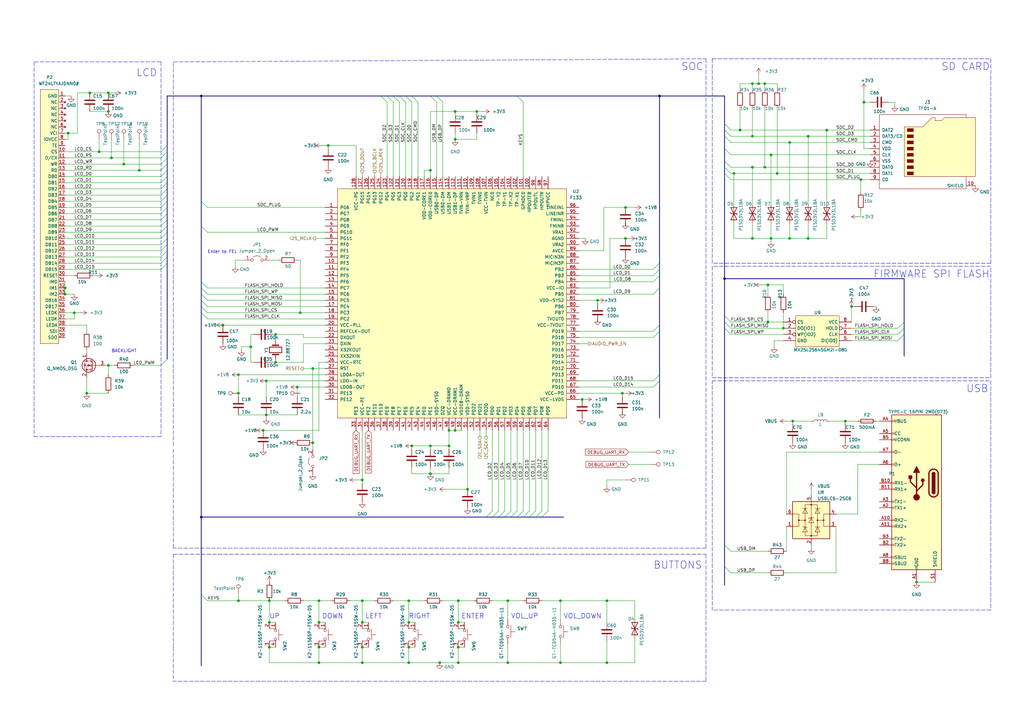
<source format=kicad_sch>
(kicad_sch (version 20211123) (generator eeschema)
  (paper "A3")
  (junction (at 176.53 69.85))
  (junction (at 308.61 97.79))
  (junction (at 186.69 45.72))
  (junction (at 148.59 246.38))
  (junction (at 176.53 194.31))
  (junction (at 45.72 64.77))
  (junction (at 323.85 58.42))
  (junction (at 346.71 172.72))
  (junction (at 110.49 265.43))
  (junction (at 57.15 69.85))
  (junction (at 303.53 53.34))
  (junction (at 113.03 137.16))
  (junction (at 195.58 45.72))
  (junction (at 316.23 97.79))
  (junction (at 187.96 255.27))
  (junction (at 110.49 255.27))
  (junction (at 331.47 55.88))
  (junction (at 308.61 68.58))
  (junction (at 26.67 118.11))
  (junction (at 168.91 182.88))
  (junction (at 44.45 149.86))
  (junction (at 102.87 142.24))
  (junction (at 339.09 53.34))
  (junction (at 176.53 182.88))
  (junction (at 128.27 151.13))
  (junction (at 113.03 148.59))
  (junction (at 50.8 67.31))
  (junction (at 91.44 133.35))
  (junction (at 30.48 128.27))
  (junction (at 256.54 97.79))
  (junction (at 208.28 246.38))
  (junction (at 97.79 161.29))
  (junction (at 35.56 161.29))
  (junction (at 44.45 38.1))
  (junction (at 187.96 246.38))
  (junction (at 130.81 246.38))
  (junction (at 187.96 265.43))
  (junction (at 300.99 71.12))
  (junction (at 167.64 265.43))
  (junction (at 349.25 125.73))
  (junction (at 110.49 246.38))
  (junction (at 325.12 172.72))
  (junction (at 313.69 68.58))
  (junction (at 148.59 265.43))
  (junction (at 238.76 163.83))
  (junction (at 186.69 176.53))
  (junction (at 248.92 246.38))
  (junction (at 123.19 128.27))
  (junction (at 148.59 271.78))
  (junction (at 313.69 34.29))
  (junction (at 82.55 212.09))
  (junction (at 318.77 71.12))
  (junction (at 167.64 246.38))
  (junction (at 311.15 34.29))
  (junction (at 321.31 134.62))
  (junction (at 134.62 59.69))
  (junction (at 308.61 55.88))
  (junction (at 128.27 181.61))
  (junction (at 191.77 200.66))
  (junction (at 26.67 120.65))
  (junction (at 97.79 246.38))
  (junction (at 121.92 158.75))
  (junction (at 44.45 45.72))
  (junction (at 245.11 123.19))
  (junction (at 184.15 176.53))
  (junction (at 97.79 153.67))
  (junction (at 27.94 54.61))
  (junction (at 270.51 39.37))
  (junction (at 375.92 238.76))
  (junction (at 331.47 97.79))
  (junction (at 256.54 85.09))
  (junction (at 130.81 265.43))
  (junction (at 323.85 97.79))
  (junction (at 148.59 196.85))
  (junction (at 208.28 271.78))
  (junction (at 308.61 34.29))
  (junction (at 297.18 114.3))
  (junction (at 36.83 38.1))
  (junction (at 255.27 161.29))
  (junction (at 353.06 73.66))
  (junction (at 167.64 271.78))
  (junction (at 148.59 255.27))
  (junction (at 109.22 170.18))
  (junction (at 314.96 116.84))
  (junction (at 314.96 132.08))
  (junction (at 167.64 255.27))
  (junction (at 130.81 255.27))
  (junction (at 40.64 62.23))
  (junction (at 187.96 271.78))
  (junction (at 109.22 156.21))
  (junction (at 229.87 246.38))
  (junction (at 107.95 176.53))
  (junction (at 82.55 39.37))
  (junction (at 229.87 271.78))
  (junction (at 180.34 271.78))
  (junction (at 184.15 182.88))
  (junction (at 248.92 271.78))
  (junction (at 186.69 57.15))
  (junction (at 354.33 41.91))
  (junction (at 316.23 63.5))
  (junction (at 130.81 271.78))
  (bus_entry (at 68.58 97.79) (size -2.54 2.54))
  (bus_entry (at 68.58 92.71) (size -2.54 2.54))
  (bus_entry (at 166.37 39.37) (size 2.54 2.54))
  (bus_entry (at 370.84 134.62) (size -2.54 2.54))
  (bus_entry (at 163.83 39.37) (size 2.54 2.54))
  (bus_entry (at 68.58 69.85) (size -2.54 2.54))
  (bus_entry (at 82.55 118.11) (size 2.54 2.54))
  (bus_entry (at 68.58 74.93) (size -2.54 2.54))
  (bus_entry (at 370.84 132.08) (size -2.54 2.54))
  (bus_entry (at 176.53 39.37) (size 2.54 2.54))
  (bus_entry (at 212.09 209.55) (size -2.54 2.54))
  (bus_entry (at 297.18 132.08) (size 2.54 2.54))
  (bus_entry (at 297.18 53.34) (size 2.54 2.54))
  (bus_entry (at 68.58 87.63) (size -2.54 2.54))
  (bus_entry (at 68.58 59.69) (size -2.54 2.54))
  (bus_entry (at 297.18 71.12) (size 2.54 2.54))
  (bus_entry (at 297.18 129.54) (size 2.54 2.54))
  (bus_entry (at 68.58 90.17) (size -2.54 2.54))
  (bus_entry (at 68.58 72.39) (size -2.54 2.54))
  (bus_entry (at 297.18 50.8) (size 2.54 2.54))
  (bus_entry (at 214.63 209.55) (size -2.54 2.54))
  (bus_entry (at 297.18 68.58) (size 2.54 2.54))
  (bus_entry (at 297.18 55.88) (size 2.54 2.54))
  (bus_entry (at 68.58 80.01) (size -2.54 2.54))
  (bus_entry (at 68.58 85.09) (size -2.54 2.54))
  (bus_entry (at 68.58 102.87) (size -2.54 2.54))
  (bus_entry (at 82.55 128.27) (size 2.54 2.54))
  (bus_entry (at 270.51 133.35) (size -2.54 2.54))
  (bus_entry (at 370.84 137.16) (size -2.54 2.54))
  (bus_entry (at 68.58 147.32) (size -2.54 2.54))
  (bus_entry (at 68.58 77.47) (size -2.54 2.54))
  (bus_entry (at 82.55 92.71) (size 2.54 2.54))
  (bus_entry (at 270.51 107.95) (size -2.54 2.54))
  (bus_entry (at 212.09 39.37) (size 2.54 2.54))
  (bus_entry (at 82.55 125.73) (size 2.54 2.54))
  (bus_entry (at 68.58 95.25) (size -2.54 2.54))
  (bus_entry (at 209.55 209.55) (size -2.54 2.54))
  (bus_entry (at 219.71 209.55) (size -2.54 2.54))
  (bus_entry (at 270.51 153.67) (size -2.54 2.54))
  (bus_entry (at 222.25 209.55) (size -2.54 2.54))
  (bus_entry (at 270.51 113.03) (size -2.54 2.54))
  (bus_entry (at 201.93 209.55) (size -2.54 2.54))
  (bus_entry (at 297.18 134.62) (size 2.54 2.54))
  (bus_entry (at 297.18 60.96) (size 2.54 2.54))
  (bus_entry (at 82.55 120.65) (size 2.54 2.54))
  (bus_entry (at 68.58 100.33) (size -2.54 2.54))
  (bus_entry (at 207.01 209.55) (size -2.54 2.54))
  (bus_entry (at 68.58 105.41) (size -2.54 2.54))
  (bus_entry (at 82.55 243.84) (size 2.54 2.54))
  (bus_entry (at 297.18 232.41) (size 2.54 2.54))
  (bus_entry (at 158.75 39.37) (size 2.54 2.54))
  (bus_entry (at 82.55 82.55) (size 2.54 2.54))
  (bus_entry (at 168.91 39.37) (size 2.54 2.54))
  (bus_entry (at 68.58 62.23) (size -2.54 2.54))
  (bus_entry (at 68.58 67.31) (size -2.54 2.54))
  (bus_entry (at 270.51 135.89) (size -2.54 2.54))
  (bus_entry (at 297.18 223.52) (size 2.54 2.54))
  (bus_entry (at 204.47 209.55) (size -2.54 2.54))
  (bus_entry (at 161.29 39.37) (size 2.54 2.54))
  (bus_entry (at 270.51 156.21) (size -2.54 2.54))
  (bus_entry (at 68.58 64.77) (size -2.54 2.54))
  (bus_entry (at 270.51 118.11) (size -2.54 2.54))
  (bus_entry (at 270.51 110.49) (size -2.54 2.54))
  (bus_entry (at 217.17 209.55) (size -2.54 2.54))
  (bus_entry (at 82.55 123.19) (size 2.54 2.54))
  (bus_entry (at 82.55 115.57) (size 2.54 2.54))
  (bus_entry (at 224.79 209.55) (size -2.54 2.54))
  (bus_entry (at 68.58 107.95) (size -2.54 2.54))
  (bus_entry (at 68.58 82.55) (size -2.54 2.54))
  (bus_entry (at 297.18 66.04) (size 2.54 2.54))
  (bus_entry (at 179.07 39.37) (size 2.54 2.54))
  (bus_entry (at 156.21 39.37) (size 2.54 2.54))
  (wire (pts (xy 176.53 45.72) (xy 176.53 69.85)))
  (polyline (pts (xy 71.12 25.4) (xy 289.56 24.13)))
  (wire (pts (xy 229.87 246.38) (xy 248.92 246.38)))
  (bus (pts (xy 207.01 212.09) (xy 204.47 212.09)))
  (wire (pts (xy 187.96 246.38) (xy 187.96 255.27)))
  (wire (pts (xy 316.23 97.79) (xy 323.85 97.79)))
  (bus (pts (xy 82.55 82.55) (xy 82.55 92.71)))
  (wire (pts (xy 109.22 171.45) (xy 109.22 170.18)))
  (wire (pts (xy 44.45 149.86) (xy 44.45 153.67)))
  (bus (pts (xy 82.55 39.37) (xy 82.55 82.55)))
  (wire (pts (xy 186.69 57.15) (xy 186.69 54.61)))
  (wire (pts (xy 237.49 123.19) (xy 245.11 123.19)))
  (bus (pts (xy 68.58 64.77) (xy 68.58 67.31)))
  (wire (pts (xy 308.61 68.58) (xy 313.69 68.58)))
  (wire (pts (xy 130.81 271.78) (xy 130.81 265.43)))
  (bus (pts (xy 297.18 55.88) (xy 297.18 60.96)))
  (wire (pts (xy 201.93 176.53) (xy 201.93 209.55)))
  (wire (pts (xy 40.64 57.15) (xy 40.64 62.23)))
  (wire (pts (xy 184.15 176.53) (xy 184.15 182.88)))
  (wire (pts (xy 167.64 255.27) (xy 170.18 255.27)))
  (bus (pts (xy 212.09 39.37) (xy 270.51 39.37)))
  (wire (pts (xy 121.92 181.61) (xy 120.65 181.61)))
  (wire (pts (xy 351.79 190.5) (xy 360.68 190.5)))
  (wire (pts (xy 237.49 113.03) (xy 267.97 113.03)))
  (wire (pts (xy 113.03 148.59) (xy 111.76 148.59)))
  (bus (pts (xy 68.58 80.01) (xy 68.58 82.55)))
  (wire (pts (xy 257.81 185.42) (xy 266.7 185.42)))
  (wire (pts (xy 161.29 41.91) (xy 161.29 72.39)))
  (bus (pts (xy 161.29 39.37) (xy 163.83 39.37)))
  (wire (pts (xy 195.58 54.61) (xy 195.58 57.15)))
  (wire (pts (xy 237.49 120.65) (xy 267.97 120.65)))
  (bus (pts (xy 82.55 123.19) (xy 82.55 125.73)))
  (wire (pts (xy 146.05 59.69) (xy 146.05 72.39)))
  (wire (pts (xy 173.99 69.85) (xy 176.53 69.85)))
  (wire (pts (xy 260.35 246.38) (xy 248.92 246.38)))
  (wire (pts (xy 300.99 71.12) (xy 318.77 71.12)))
  (wire (pts (xy 26.67 130.81) (xy 30.48 130.81)))
  (wire (pts (xy 323.85 91.44) (xy 323.85 97.79)))
  (wire (pts (xy 168.91 41.91) (xy 168.91 72.39)))
  (bus (pts (xy 68.58 102.87) (xy 68.58 105.41)))
  (wire (pts (xy 332.74 223.52) (xy 332.74 224.79)))
  (wire (pts (xy 358.14 125.73) (xy 359.41 125.73)))
  (bus (pts (xy 68.58 90.17) (xy 68.58 92.71)))
  (bus (pts (xy 370.84 114.3) (xy 370.84 132.08)))
  (bus (pts (xy 168.91 39.37) (xy 176.53 39.37)))
  (wire (pts (xy 342.9 215.9) (xy 342.9 234.95)))
  (bus (pts (xy 68.58 67.31) (xy 68.58 69.85)))
  (wire (pts (xy 322.58 210.82) (xy 322.58 185.42)))
  (wire (pts (xy 148.59 196.85) (xy 148.59 198.12)))
  (wire (pts (xy 128.27 151.13) (xy 133.35 151.13)))
  (bus (pts (xy 68.58 39.37) (xy 68.58 59.69)))
  (wire (pts (xy 195.58 57.15) (xy 186.69 57.15)))
  (wire (pts (xy 299.72 137.16) (xy 321.31 137.16)))
  (polyline (pts (xy 71.12 182.88) (xy 71.12 25.4)))
  (wire (pts (xy 180.34 271.78) (xy 187.96 271.78)))
  (wire (pts (xy 85.09 123.19) (xy 133.35 123.19)))
  (wire (pts (xy 248.92 196.85) (xy 248.92 199.39)))
  (wire (pts (xy 35.56 135.89) (xy 35.56 133.35)))
  (wire (pts (xy 36.83 45.72) (xy 44.45 45.72)))
  (wire (pts (xy 237.49 97.79) (xy 240.03 97.79)))
  (wire (pts (xy 168.91 191.77) (xy 168.91 194.31)))
  (wire (pts (xy 97.79 246.38) (xy 110.49 246.38)))
  (wire (pts (xy 163.83 41.91) (xy 163.83 72.39)))
  (wire (pts (xy 184.15 182.88) (xy 176.53 182.88)))
  (wire (pts (xy 354.33 36.83) (xy 354.33 41.91)))
  (wire (pts (xy 208.28 246.38) (xy 214.63 246.38)))
  (polyline (pts (xy 406.4 109.22) (xy 292.1 109.22)))
  (wire (pts (xy 167.64 271.78) (xy 180.34 271.78)))
  (wire (pts (xy 44.45 38.1) (xy 46.99 38.1)))
  (bus (pts (xy 68.58 95.25) (xy 68.58 97.79)))
  (wire (pts (xy 299.72 234.95) (xy 314.96 234.95)))
  (wire (pts (xy 26.67 90.17) (xy 66.04 90.17)))
  (wire (pts (xy 27.94 54.61) (xy 27.94 57.15)))
  (wire (pts (xy 123.19 106.68) (xy 123.19 128.27)))
  (wire (pts (xy 187.96 246.38) (xy 194.31 246.38)))
  (wire (pts (xy 167.64 246.38) (xy 173.99 246.38)))
  (wire (pts (xy 300.99 91.44) (xy 300.99 97.79)))
  (wire (pts (xy 308.61 34.29) (xy 311.15 34.29)))
  (wire (pts (xy 208.28 254) (xy 208.28 246.38)))
  (bus (pts (xy 209.55 212.09) (xy 207.01 212.09)))
  (wire (pts (xy 299.72 226.06) (xy 314.96 226.06)))
  (wire (pts (xy 148.59 246.38) (xy 148.59 255.27)))
  (wire (pts (xy 121.92 158.75) (xy 121.92 162.56)))
  (wire (pts (xy 26.67 105.41) (xy 66.04 105.41)))
  (wire (pts (xy 128.27 151.13) (xy 128.27 181.61)))
  (bus (pts (xy 297.18 53.34) (xy 297.18 55.88)))
  (wire (pts (xy 40.64 62.23) (xy 66.04 62.23)))
  (wire (pts (xy 314.96 132.08) (xy 321.31 132.08)))
  (wire (pts (xy 134.62 59.69) (xy 134.62 60.96)))
  (wire (pts (xy 364.49 41.91) (xy 367.03 41.91)))
  (wire (pts (xy 322.58 234.95) (xy 342.9 234.95)))
  (polyline (pts (xy 292.1 109.22) (xy 292.1 109.22)))
  (wire (pts (xy 255.27 170.18) (xy 255.27 168.91)))
  (bus (pts (xy 270.51 156.21) (xy 270.51 171.45)))
  (bus (pts (xy 297.18 129.54) (xy 297.18 132.08)))
  (wire (pts (xy 356.87 41.91) (xy 354.33 41.91)))
  (wire (pts (xy 26.67 118.11) (xy 26.67 120.65)))
  (wire (pts (xy 109.22 156.21) (xy 133.35 156.21)))
  (wire (pts (xy 166.37 41.91) (xy 166.37 72.39)))
  (bus (pts (xy 82.55 243.84) (xy 82.55 273.05)))
  (wire (pts (xy 247.65 102.87) (xy 247.65 85.09)))
  (wire (pts (xy 35.56 161.29) (xy 44.45 161.29)))
  (bus (pts (xy 297.18 132.08) (xy 297.18 134.62)))
  (wire (pts (xy 186.69 45.72) (xy 186.69 46.99)))
  (bus (pts (xy 231.14 212.09) (xy 222.25 212.09)))
  (polyline (pts (xy 292.1 107.95) (xy 292.1 107.95)))
  (wire (pts (xy 30.48 128.27) (xy 33.02 128.27)))
  (wire (pts (xy 186.69 45.72) (xy 176.53 45.72)))
  (wire (pts (xy 26.67 85.09) (xy 66.04 85.09)))
  (wire (pts (xy 313.69 34.29) (xy 318.77 34.29)))
  (wire (pts (xy 124.46 148.59) (xy 113.03 148.59)))
  (wire (pts (xy 316.23 63.5) (xy 356.87 63.5)))
  (wire (pts (xy 38.1 113.03) (xy 39.37 113.03)))
  (wire (pts (xy 26.67 128.27) (xy 30.48 128.27)))
  (wire (pts (xy 260.35 271.78) (xy 248.92 271.78)))
  (wire (pts (xy 237.49 161.29) (xy 255.27 161.29)))
  (wire (pts (xy 321.31 128.27) (xy 321.31 134.62)))
  (wire (pts (xy 133.35 265.43) (xy 130.81 265.43)))
  (wire (pts (xy 248.92 262.89) (xy 248.92 271.78)))
  (wire (pts (xy 323.85 58.42) (xy 356.87 58.42)))
  (bus (pts (xy 179.07 39.37) (xy 212.09 39.37)))
  (wire (pts (xy 237.49 163.83) (xy 238.76 163.83)))
  (polyline (pts (xy 71.12 265.43) (xy 71.12 279.4)))
  (wire (pts (xy 308.61 97.79) (xy 308.61 91.44)))
  (wire (pts (xy 316.23 97.79) (xy 316.23 99.06)))
  (wire (pts (xy 26.67 67.31) (xy 50.8 67.31)))
  (wire (pts (xy 151.13 265.43) (xy 148.59 265.43)))
  (wire (pts (xy 303.53 34.29) (xy 308.61 34.29)))
  (wire (pts (xy 91.44 133.35) (xy 133.35 133.35)))
  (wire (pts (xy 303.53 36.83) (xy 303.53 34.29)))
  (wire (pts (xy 184.15 184.15) (xy 184.15 182.88)))
  (wire (pts (xy 187.96 255.27) (xy 190.5 255.27)))
  (wire (pts (xy 54.61 149.86) (xy 66.04 149.86)))
  (wire (pts (xy 26.67 115.57) (xy 26.67 118.11)))
  (wire (pts (xy 182.88 200.66) (xy 191.77 200.66)))
  (wire (pts (xy 26.67 57.15) (xy 27.94 57.15)))
  (wire (pts (xy 85.09 246.38) (xy 97.79 246.38)))
  (wire (pts (xy 85.09 125.73) (xy 133.35 125.73)))
  (wire (pts (xy 26.67 72.39) (xy 66.04 72.39)))
  (bus (pts (xy 297.18 60.96) (xy 297.18 66.04)))
  (wire (pts (xy 181.61 246.38) (xy 187.96 246.38)))
  (wire (pts (xy 30.48 130.81) (xy 30.48 128.27)))
  (wire (pts (xy 57.15 57.15) (xy 57.15 69.85)))
  (wire (pts (xy 256.54 91.44) (xy 256.54 92.71)))
  (wire (pts (xy 173.99 72.39) (xy 173.99 69.85)))
  (wire (pts (xy 36.83 38.1) (xy 44.45 38.1)))
  (wire (pts (xy 26.67 92.71) (xy 66.04 92.71)))
  (wire (pts (xy 26.67 102.87) (xy 66.04 102.87)))
  (polyline (pts (xy 289.56 224.79) (xy 71.12 224.79)))
  (wire (pts (xy 97.79 153.67) (xy 97.79 161.29)))
  (wire (pts (xy 299.72 132.08) (xy 314.96 132.08)))
  (wire (pts (xy 57.15 69.85) (xy 66.04 69.85)))
  (bus (pts (xy 82.55 125.73) (xy 82.55 128.27)))
  (wire (pts (xy 113.03 137.16) (xy 113.03 139.7)))
  (bus (pts (xy 204.47 212.09) (xy 201.93 212.09)))
  (wire (pts (xy 196.85 176.53) (xy 196.85 179.07)))
  (wire (pts (xy 195.58 46.99) (xy 195.58 45.72)))
  (wire (pts (xy 349.25 125.73) (xy 350.52 125.73)))
  (wire (pts (xy 26.67 62.23) (xy 40.64 62.23)))
  (wire (pts (xy 133.35 138.43) (xy 124.46 138.43)))
  (bus (pts (xy 270.51 39.37) (xy 270.51 107.95)))
  (wire (pts (xy 308.61 44.45) (xy 308.61 55.88)))
  (bus (pts (xy 270.51 39.37) (xy 297.18 39.37)))
  (wire (pts (xy 237.49 138.43) (xy 267.97 138.43)))
  (wire (pts (xy 133.35 140.97) (xy 124.46 140.97)))
  (wire (pts (xy 339.09 53.34) (xy 356.87 53.34)))
  (bus (pts (xy 297.18 50.8) (xy 297.18 53.34)))
  (wire (pts (xy 250.19 97.79) (xy 256.54 97.79)))
  (bus (pts (xy 163.83 39.37) (xy 166.37 39.37)))
  (wire (pts (xy 148.59 71.12) (xy 148.59 72.39)))
  (wire (pts (xy 299.72 55.88) (xy 308.61 55.88)))
  (polyline (pts (xy 406.4 24.13) (xy 406.4 107.95)))
  (wire (pts (xy 191.77 176.53) (xy 191.77 200.66)))
  (wire (pts (xy 35.56 143.51) (xy 35.56 144.78)))
  (wire (pts (xy 110.49 246.38) (xy 110.49 255.27)))
  (wire (pts (xy 237.49 102.87) (xy 247.65 102.87)))
  (wire (pts (xy 229.87 264.16) (xy 229.87 271.78)))
  (wire (pts (xy 132.08 59.69) (xy 134.62 59.69)))
  (polyline (pts (xy 289.56 24.13) (xy 289.56 224.79)))
  (wire (pts (xy 299.72 73.66) (xy 353.06 73.66)))
  (wire (pts (xy 248.92 255.27) (xy 248.92 246.38)))
  (wire (pts (xy 110.49 271.78) (xy 130.81 271.78)))
  (wire (pts (xy 308.61 34.29) (xy 308.61 36.83)))
  (wire (pts (xy 104.14 148.59) (xy 102.87 148.59)))
  (bus (pts (xy 297.18 39.37) (xy 297.18 50.8)))
  (wire (pts (xy 88.9 133.35) (xy 91.44 133.35)))
  (wire (pts (xy 123.19 128.27) (xy 133.35 128.27)))
  (wire (pts (xy 303.53 44.45) (xy 303.53 53.34)))
  (wire (pts (xy 308.61 68.58) (xy 308.61 83.82)))
  (wire (pts (xy 186.69 176.53) (xy 189.23 176.53)))
  (wire (pts (xy 156.21 71.12) (xy 156.21 72.39)))
  (wire (pts (xy 26.67 64.77) (xy 45.72 64.77)))
  (wire (pts (xy 99.06 143.51) (xy 99.06 142.24)))
  (wire (pts (xy 219.71 176.53) (xy 219.71 209.55)))
  (wire (pts (xy 237.49 156.21) (xy 267.97 156.21)))
  (wire (pts (xy 214.63 41.91) (xy 214.63 72.39)))
  (wire (pts (xy 349.25 139.7) (xy 368.3 139.7)))
  (wire (pts (xy 314.96 128.27) (xy 314.96 132.08)))
  (wire (pts (xy 26.67 107.95) (xy 66.04 107.95)))
  (wire (pts (xy 181.61 41.91) (xy 181.61 72.39)))
  (wire (pts (xy 204.47 176.53) (xy 204.47 209.55)))
  (bus (pts (xy 82.55 92.71) (xy 82.55 115.57)))
  (bus (pts (xy 68.58 77.47) (xy 68.58 80.01)))
  (polyline (pts (xy 289.56 279.4) (xy 71.12 279.4)))
  (wire (pts (xy 116.84 246.38) (xy 110.49 246.38)))
  (wire (pts (xy 322.58 172.72) (xy 325.12 172.72)))
  (wire (pts (xy 124.46 138.43) (xy 124.46 137.16)))
  (wire (pts (xy 124.46 246.38) (xy 130.81 246.38)))
  (wire (pts (xy 300.99 71.12) (xy 300.99 83.82)))
  (wire (pts (xy 256.54 85.09) (xy 260.35 85.09)))
  (wire (pts (xy 316.23 91.44) (xy 316.23 97.79)))
  (bus (pts (xy 297.18 223.52) (xy 297.18 232.41)))
  (wire (pts (xy 158.75 41.91) (xy 158.75 72.39)))
  (wire (pts (xy 130.81 255.27) (xy 133.35 255.27)))
  (polyline (pts (xy 406.4 154.94) (xy 406.4 109.22)))
  (wire (pts (xy 342.9 210.82) (xy 351.79 210.82)))
  (wire (pts (xy 176.53 69.85) (xy 176.53 72.39)))
  (wire (pts (xy 85.09 95.25) (xy 133.35 95.25)))
  (bus (pts (xy 82.55 120.65) (xy 82.55 123.19)))
  (wire (pts (xy 299.72 71.12) (xy 300.99 71.12)))
  (wire (pts (xy 148.59 255.27) (xy 151.13 255.27)))
  (bus (pts (xy 270.51 153.67) (xy 270.51 156.21)))
  (bus (pts (xy 297.18 114.3) (xy 297.18 129.54)))
  (wire (pts (xy 46.99 149.86) (xy 44.45 149.86)))
  (wire (pts (xy 318.77 71.12) (xy 356.87 71.12)))
  (wire (pts (xy 85.09 128.27) (xy 123.19 128.27)))
  (wire (pts (xy 313.69 44.45) (xy 313.69 68.58)))
  (wire (pts (xy 299.72 58.42) (xy 323.85 58.42)))
  (bus (pts (xy 270.51 107.95) (xy 270.51 110.49)))
  (wire (pts (xy 176.53 191.77) (xy 176.53 194.31)))
  (polyline (pts (xy 292.1 24.13) (xy 406.4 24.13)))
  (wire (pts (xy 201.93 246.38) (xy 208.28 246.38)))
  (bus (pts (xy 297.18 66.04) (xy 297.18 68.58)))
  (bus (pts (xy 219.71 212.09) (xy 217.17 212.09)))
  (wire (pts (xy 130.81 271.78) (xy 148.59 271.78)))
  (wire (pts (xy 50.8 57.15) (xy 50.8 67.31)))
  (wire (pts (xy 237.49 115.57) (xy 267.97 115.57)))
  (wire (pts (xy 110.49 106.68) (xy 114.3 106.68)))
  (bus (pts (xy 68.58 59.69) (xy 68.58 62.23)))
  (bus (pts (xy 68.58 97.79) (xy 68.58 100.33)))
  (bus (pts (xy 68.58 62.23) (xy 68.58 64.77)))
  (wire (pts (xy 323.85 58.42) (xy 323.85 83.82)))
  (wire (pts (xy 353.06 73.66) (xy 356.87 73.66)))
  (wire (pts (xy 187.96 265.43) (xy 187.96 271.78)))
  (wire (pts (xy 321.31 116.84) (xy 321.31 120.65)))
  (wire (pts (xy 45.72 57.15) (xy 45.72 64.77)))
  (wire (pts (xy 314.96 120.65) (xy 314.96 116.84)))
  (wire (pts (xy 199.39 176.53) (xy 199.39 179.07)))
  (wire (pts (xy 109.22 156.21) (xy 109.22 162.56)))
  (polyline (pts (xy 66.04 25.4) (xy 66.04 179.07)))
  (wire (pts (xy 96.52 106.68) (xy 100.33 106.68)))
  (bus (pts (xy 82.55 115.57) (xy 82.55 118.11)))
  (wire (pts (xy 318.77 34.29) (xy 318.77 36.83)))
  (bus (pts (xy 201.93 212.09) (xy 199.39 212.09)))
  (wire (pts (xy 96.52 109.22) (xy 96.52 106.68)))
  (bus (pts (xy 158.75 39.37) (xy 161.29 39.37)))
  (wire (pts (xy 26.67 113.03) (xy 30.48 113.03)))
  (polyline (pts (xy 292.1 237.49) (xy 292.1 250.19)))
  (polyline (pts (xy 292.1 154.94) (xy 406.4 154.94)))
  (wire (pts (xy 245.11 130.81) (xy 245.11 132.08)))
  (bus (pts (xy 176.53 39.37) (xy 179.07 39.37)))
  (wire (pts (xy 313.69 34.29) (xy 313.69 36.83)))
  (wire (pts (xy 299.72 53.34) (xy 303.53 53.34)))
  (wire (pts (xy 26.67 54.61) (xy 27.94 54.61)))
  (wire (pts (xy 229.87 271.78) (xy 248.92 271.78)))
  (wire (pts (xy 321.31 139.7) (xy 317.5 139.7)))
  (wire (pts (xy 99.06 142.24) (xy 102.87 142.24)))
  (polyline (pts (xy 71.12 265.43) (xy 71.12 227.33)))
  (wire (pts (xy 322.58 215.9) (xy 322.58 226.06)))
  (wire (pts (xy 85.09 130.81) (xy 133.35 130.81)))
  (wire (pts (xy 250.19 118.11) (xy 250.19 97.79)))
  (wire (pts (xy 217.17 176.53) (xy 217.17 209.55)))
  (wire (pts (xy 346.71 172.72) (xy 351.79 172.72)))
  (wire (pts (xy 26.67 74.93) (xy 66.04 74.93)))
  (wire (pts (xy 299.72 68.58) (xy 308.61 68.58)))
  (wire (pts (xy 184.15 194.31) (xy 176.53 194.31)))
  (wire (pts (xy 35.56 154.94) (xy 35.56 161.29)))
  (wire (pts (xy 237.49 140.97) (xy 241.3 140.97)))
  (wire (pts (xy 229.87 246.38) (xy 222.25 246.38)))
  (wire (pts (xy 184.15 176.53) (xy 186.69 176.53)))
  (bus (pts (xy 166.37 39.37) (xy 168.91 39.37)))
  (wire (pts (xy 26.67 69.85) (xy 57.15 69.85)))
  (bus (pts (xy 82.55 118.11) (xy 82.55 120.65)))
  (wire (pts (xy 346.71 172.72) (xy 346.71 173.99)))
  (bus (pts (xy 297.18 232.41) (xy 297.18 240.03)))
  (wire (pts (xy 111.76 137.16) (xy 113.03 137.16)))
  (bus (pts (xy 270.51 135.89) (xy 270.51 153.67)))
  (wire (pts (xy 212.09 176.53) (xy 212.09 209.55)))
  (wire (pts (xy 26.67 80.01) (xy 66.04 80.01)))
  (wire (pts (xy 255.27 161.29) (xy 255.27 162.56)))
  (wire (pts (xy 102.87 142.24) (xy 102.87 137.16)))
  (wire (pts (xy 26.67 39.37) (xy 29.21 39.37)))
  (wire (pts (xy 195.58 45.72) (xy 198.12 45.72)))
  (wire (pts (xy 354.33 60.96) (xy 356.87 60.96)))
  (wire (pts (xy 26.67 87.63) (xy 66.04 87.63)))
  (wire (pts (xy 124.46 151.13) (xy 128.27 151.13)))
  (polyline (pts (xy 66.04 25.4) (xy 13.97 25.4)))
  (wire (pts (xy 168.91 194.31) (xy 176.53 194.31)))
  (wire (pts (xy 351.79 210.82) (xy 351.79 190.5)))
  (bus (pts (xy 68.58 74.93) (xy 68.58 77.47)))
  (bus (pts (xy 214.63 212.09) (xy 212.09 212.09)))
  (polyline (pts (xy 406.4 107.95) (xy 292.1 107.95)))
  (wire (pts (xy 146.05 196.85) (xy 148.59 196.85)))
  (wire (pts (xy 31.75 38.1) (xy 36.83 38.1)))
  (wire (pts (xy 27.94 54.61) (xy 31.75 54.61)))
  (wire (pts (xy 148.59 265.43) (xy 148.59 271.78)))
  (wire (pts (xy 331.47 91.44) (xy 331.47 97.79)))
  (wire (pts (xy 130.81 148.59) (xy 130.81 176.53)))
  (wire (pts (xy 367.03 43.18) (xy 367.03 41.91)))
  (wire (pts (xy 331.47 55.88) (xy 331.47 83.82)))
  (wire (pts (xy 168.91 184.15) (xy 168.91 182.88)))
  (wire (pts (xy 224.79 176.53) (xy 224.79 209.55)))
  (wire (pts (xy 300.99 97.79) (xy 308.61 97.79)))
  (wire (pts (xy 353.06 88.9) (xy 353.06 86.36)))
  (bus (pts (xy 68.58 100.33) (xy 68.58 102.87)))
  (wire (pts (xy 26.67 95.25) (xy 66.04 95.25)))
  (wire (pts (xy 153.67 71.12) (xy 153.67 72.39)))
  (wire (pts (xy 237.49 110.49) (xy 267.97 110.49)))
  (bus (pts (xy 68.58 107.95) (xy 68.58 147.32)))
  (wire (pts (xy 351.79 88.9) (xy 353.06 88.9)))
  (wire (pts (xy 124.46 137.16) (xy 113.03 137.16)))
  (bus (pts (xy 222.25 212.09) (xy 219.71 212.09)))
  (wire (pts (xy 26.67 77.47) (xy 66.04 77.47)))
  (bus (pts (xy 370.84 137.16) (xy 370.84 146.05)))
  (wire (pts (xy 340.36 172.72) (xy 346.71 172.72)))
  (wire (pts (xy 85.09 120.65) (xy 133.35 120.65)))
  (bus (pts (xy 156.21 39.37) (xy 158.75 39.37)))
  (bus (pts (xy 82.55 212.09) (xy 199.39 212.09)))
  (wire (pts (xy 256.54 97.79) (xy 257.81 97.79)))
  (polyline (pts (xy 292.1 156.21) (xy 406.4 156.21)))
  (wire (pts (xy 325.12 172.72) (xy 325.12 173.99)))
  (bus (pts (xy 68.58 105.41) (xy 68.58 107.95)))
  (bus (pts (xy 82.55 212.09) (xy 82.55 243.84)))
  (bus (pts (xy 212.09 212.09) (xy 209.55 212.09)))
  (wire (pts (xy 102.87 137.16) (xy 104.14 137.16)))
  (wire (pts (xy 45.72 64.77) (xy 66.04 64.77)))
  (wire (pts (xy 299.72 63.5) (xy 316.23 63.5)))
  (wire (pts (xy 187.96 271.78) (xy 208.28 271.78)))
  (wire (pts (xy 130.81 246.38) (xy 135.89 246.38)))
  (bus (pts (xy 217.17 212.09) (xy 214.63 212.09)))
  (wire (pts (xy 311.15 30.48) (xy 311.15 34.29)))
  (wire (pts (xy 26.67 110.49) (xy 66.04 110.49)))
  (wire (pts (xy 314.96 116.84) (xy 321.31 116.84)))
  (polyline (pts (xy 13.97 25.4) (xy 13.97 179.07)))
  (wire (pts (xy 134.62 59.69) (xy 146.05 59.69)))
  (wire (pts (xy 214.63 176.53) (xy 214.63 209.55)))
  (wire (pts (xy 171.45 41.91) (xy 171.45 72.39)))
  (bus (pts (xy 270.51 110.49) (xy 270.51 113.03)))
  (wire (pts (xy 26.67 120.65) (xy 30.48 120.65)))
  (wire (pts (xy 260.35 261.62) (xy 260.35 271.78)))
  (wire (pts (xy 332.74 200.66) (xy 332.74 203.2)))
  (wire (pts (xy 148.59 246.38) (xy 153.67 246.38)))
  (wire (pts (xy 148.59 176.53) (xy 148.59 196.85)))
  (bus (pts (xy 270.51 118.11) (xy 270.51 133.35)))
  (bus (pts (xy 82.55 128.27) (xy 82.55 212.09)))
  (polyline (pts (xy 289.56 227.33) (xy 289.56 279.4)))
  (polyline (pts (xy 71.12 227.33) (xy 289.56 227.33)))
  (wire (pts (xy 97.79 153.67) (xy 133.35 153.67)))
  (wire (pts (xy 349.25 125.73) (xy 349.25 132.08)))
  (polyline (pts (xy 292.1 237.49) (xy 292.1 156.21)))
  (wire (pts (xy 229.87 254) (xy 229.87 246.38)))
  (wire (pts (xy 97.79 243.84) (xy 97.79 246.38)))
  (wire (pts (xy 322.58 185.42) (xy 360.68 185.42)))
  (wire (pts (xy 317.5 139.7) (xy 317.5 142.24)))
  (bus (pts (xy 68.58 92.71) (xy 68.58 95.25)))
  (wire (pts (xy 124.46 140.97) (xy 124.46 148.59)))
  (wire (pts (xy 308.61 55.88) (xy 331.47 55.88)))
  (wire (pts (xy 349.25 134.62) (xy 368.3 134.62)))
  (wire (pts (xy 167.64 265.43) (xy 167.64 271.78)))
  (wire (pts (xy 179.07 41.91) (xy 179.07 72.39)))
  (bus (pts (xy 297.18 114.3) (xy 370.84 114.3)))
  (bus (pts (xy 370.84 134.62) (xy 370.84 137.16)))
  (wire (pts (xy 97.79 161.29) (xy 97.79 162.56)))
  (wire (pts (xy 316.23 63.5) (xy 316.23 83.82)))
  (wire (pts (xy 26.67 82.55) (xy 66.04 82.55)))
  (polyline (pts (xy 406.4 250.19) (xy 292.1 250.19)))
  (wire (pts (xy 168.91 182.88) (xy 176.53 182.88)))
  (wire (pts (xy 359.41 172.72) (xy 360.68 172.72)))
  (wire (pts (xy 260.35 254) (xy 260.35 246.38)))
  (wire (pts (xy 110.49 265.43) (xy 110.49 271.78)))
  (bus (pts (xy 297.18 134.62) (xy 297.18 223.52)))
  (wire (pts (xy 339.09 97.79) (xy 331.47 97.79)))
  (bus (pts (xy 297.18 68.58) (xy 297.18 71.12)))
  (polyline (pts (xy 406.4 156.21) (xy 406.4 250.19)))
  (wire (pts (xy 121.92 158.75) (xy 133.35 158.75)))
  (wire (pts (xy 303.53 53.34) (xy 339.09 53.34)))
  (wire (pts (xy 316.23 97.79) (xy 308.61 97.79)))
  (wire (pts (xy 323.85 97.79) (xy 331.47 97.79)))
  (wire (pts (xy 110.49 265.43) (xy 113.03 265.43)))
  (wire (pts (xy 222.25 176.53) (xy 222.25 209.55)))
  (wire (pts (xy 325.12 172.72) (xy 332.74 172.72)))
  (wire (pts (xy 208.28 264.16) (xy 208.28 271.78)))
  (wire (pts (xy 161.29 246.38) (xy 167.64 246.38)))
  (polyline (pts (xy 292.1 109.22) (xy 292.1 154.94)))
  (wire (pts (xy 167.64 246.38) (xy 167.64 255.27)))
  (wire (pts (xy 353.06 78.74) (xy 353.06 73.66)))
  (wire (pts (xy 133.35 148.59) (xy 130.81 148.59)))
  (wire (pts (xy 110.49 255.27) (xy 113.03 255.27)))
  (wire (pts (xy 123.19 106.68) (xy 121.92 106.68)))
  (wire (pts (xy 311.15 34.29) (xy 313.69 34.29)))
  (wire (pts (xy 186.69 45.72) (xy 195.58 45.72)))
  (wire (pts (xy 313.69 68.58) (xy 356.87 68.58)))
  (wire (pts (xy 113.03 147.32) (xy 113.03 148.59)))
  (bus (pts (xy 370.84 132.08) (xy 370.84 134.62)))
  (wire (pts (xy 354.33 41.91) (xy 354.33 60.96)))
  (wire (pts (xy 237.49 118.11) (xy 250.19 118.11)))
  (wire (pts (xy 209.55 176.53) (xy 209.55 209.55)))
  (wire (pts (xy 187.96 265.43) (xy 190.5 265.43)))
  (bus (pts (xy 68.58 69.85) (xy 68.58 72.39)))
  (bus (pts (xy 68.58 85.09) (xy 68.58 87.63)))
  (wire (pts (xy 176.53 184.15) (xy 176.53 182.88)))
  (bus (pts (xy 270.51 133.35) (xy 270.51 135.89)))
  (bus (pts (xy 297.18 71.12) (xy 297.18 114.3)))
  (wire (pts (xy 31.75 38.1) (xy 31.75 54.61)))
  (wire (pts (xy 331.47 55.88) (xy 356.87 55.88)))
  (wire (pts (xy 26.67 100.33) (xy 66.04 100.33)))
  (bus (pts (xy 68.58 39.37) (xy 82.55 39.37)))
  (wire (pts (xy 255.27 161.29) (xy 256.54 161.29)))
  (bus (pts (xy 270.51 113.03) (xy 270.51 118.11)))
  (wire (pts (xy 237.49 158.75) (xy 267.97 158.75)))
  (wire (pts (xy 184.15 191.77) (xy 184.15 194.31)))
  (wire (pts (xy 339.09 53.34) (xy 339.09 83.82)))
  (wire (pts (xy 130.81 246.38) (xy 130.81 255.27)))
  (wire (pts (xy 143.51 246.38) (xy 148.59 246.38)))
  (wire (pts (xy 318.77 44.45) (xy 318.77 71.12)))
  (wire (pts (xy 128.27 181.61) (xy 128.27 184.15)))
  (wire (pts (xy 339.09 91.44) (xy 339.09 97.79)))
  (bus (pts (xy 68.58 87.63) (xy 68.58 90.17)))
  (polyline (pts (xy 292.1 24.13) (xy 292.1 107.95)))
  (wire (pts (xy 257.81 190.5) (xy 266.7 190.5)))
  (wire (pts (xy 26.67 97.79) (xy 66.04 97.79)))
  (wire (pts (xy 247.65 85.09) (xy 256.54 85.09)))
  (wire (pts (xy 237.49 135.89) (xy 267.97 135.89)))
  (wire (pts (xy 238.76 163.83) (xy 240.03 163.83)))
  (wire (pts (xy 109.22 170.18) (xy 121.92 170.18)))
  (polyline (pts (xy 13.97 179.07) (xy 66.04 179.07)))
  (wire (pts (xy 85.09 118.11) (xy 133.35 118.11)))
  (wire (pts (xy 148.59 271.78) (xy 167.64 271.78)))
  (wire (pts (xy 349.25 137.16) (xy 368.3 137.16)))
  (wire (pts (xy 245.11 123.19) (xy 245.11 124.46)))
  (wire (pts (xy 102.87 148.59) (xy 102.87 142.24)))
  (wire (pts (xy 229.87 271.78) (xy 208.28 271.78)))
  (polyline (pts (xy 71.12 184.15) (xy 71.12 224.79)))
  (wire (pts (xy 375.92 238.76) (xy 383.54 238.76)))
  (wire (pts (xy 129.54 97.79) (xy 133.35 97.79)))
  (wire (pts (xy 167.64 265.43) (xy 170.18 265.43)))
  (wire (pts (xy 26.67 133.35) (xy 35.56 133.35)))
  (bus (pts (xy 68.58 82.55) (xy 68.58 85.09)))
  (wire (pts (xy 130.81 176.53) (xy 107.95 176.53)))
  (wire (pts (xy 85.09 85.09) (xy 133.35 85.09)))
  (bus (pts (xy 68.58 72.39) (xy 68.58 74.93)))
  (wire (pts (xy 207.01 176.53) (xy 207.01 209.55)))
  (wire (pts (xy 312.42 116.84) (xy 314.96 116.84)))
  (wire (pts (xy 299.72 134.62) (xy 321.31 134.62)))
  (wire (pts (xy 43.18 149.86) (xy 44.45 149.86)))
  (bus (pts (xy 82.55 39.37) (xy 156.21 39.37)))
  (wire (pts (xy 256.54 196.85) (xy 248.92 196.85)))
  (wire (pts (xy 97.79 170.18) (xy 109.22 170.18)))
  (wire (pts (xy 50.8 67.31) (xy 66.04 67.31)))
  (text "SD CARD" (at 386.08 29.21 0) (effects (font (size 3 3)) (justify left bottom)))
  (text "DOWN" (at 132.08 254 0) (effects (font (size 2 2)) (justify left bottom)))
  (text "USB" (at 396.24 161.29 0) (effects (font (size 3 3)) (justify left bottom)))
  (text "FIRMWARE SPI FLASH\n" (at 358.14 114.3 0) (effects (font (size 3 3)) (justify left bottom)))
  (text "Enter to FEL" (at 85.09 104.14 0) (effects (font (size 1.27 1.27)) (justify left bottom)))
  (text "ENTER" (at 189.23 254 0) (effects (font (size 2 2)) (justify left bottom)))
  (text "LEFT" (at 149.86 254 0) (effects (font (size 2 2)) (justify left bottom)))
  (text "RIGHT" (at 167.64 254 0) (effects (font (size 2 2)) (justify left bottom)))
  (text "BUTTONS\n" (at 267.97 233.68 0) (effects (font (size 3 3)) (justify left bottom)))
  (text "BACKLIGHT\n" (at 45.72 144.78 0) (effects (font (size 1.27 1.27)) (justify left bottom)))
  (text "UP" (at 110.49 254 0) (effects (font (size 2 2)) (justify left bottom)))
  (text "LCD" (at 55.88 31.75 0) (effects (font (size 3 3)) (justify left bottom)))
  (text "SOC" (at 279.4 29.21 0) (effects (font (size 3 3)) (justify left bottom)))
  (text "VOL_DOWN" (at 231.14 254 0) (effects (font (size 2 2)) (justify left bottom)))
  (text "VOL_UP" (at 209.55 254 0) (effects (font (size 2 2)) (justify left bottom)))
  (label "KEYS" (at 214.63 59.69 90))
  (label "LCD_D12" (at 30.4636 102.87 0))
  (label "SDC_D3" (at 342.9 55.88 0))
  (label "USB_DM" (at 179.07 58.42 90))
  (label "SDC_CMD" (at 171.45 58.42 90))
  (label "LCD_D7" (at 214.63 196.85 90))
  (label "USB_DM" (at 302.26 226.06 0))
  (label "LCD_D15" (at 30.4636 110.49 0))
  (label "LCD_CS" (at 30.4636 62.23 0))
  (label "SDC_D1" (at 163.83 58.42 90))
  (label "FLASH_SPI_HOLD" (at 100.33 118.11 0))
  (label "SDC_PLUG" (at 342.9 73.66 0))
  (label "SDC_PLUG" (at 105.41 85.09 0))
  (label "LCD_D14" (at 251.46 158.75 0))
  (label "FLASH_SPI_HOLD" (at 350.52 134.62 0))
  (label "LCD_D10" (at 217.17 196.85 90))
  (label "LCD_D6" (at 212.09 196.85 90))
  (label "LCD_RS" (at 30.4636 64.77 0))
  (label "USB_DP" (at 302.26 234.95 0))
  (label "LCD_D4" (at 30.4636 82.55 0))
  (label "LCD_D11" (at 30.4636 100.33 0))
  (label "LCD_D15" (at 251.46 156.21 0))
  (label "LCD_D0" (at 30.4636 72.39 0))
  (label "LCD_PWM" (at 54.61 149.86 0))
  (label "USB_DP" (at 181.61 58.42 90))
  (label "KEYS" (at 85.09 246.38 0))
  (label "FLASH_SPI_CS" (at 100.33 128.27 0))
  (label "SDC_D0" (at 168.91 58.42 90))
  (label "FLASH_SPI_CS" (at 299.72 132.08 0))
  (label "FLASH_SPI_WP" (at 100.33 120.65 0))
  (label "LCD_D7" (at 30.4636 90.17 0))
  (label "SDC_CLK" (at 166.37 58.42 90))
  (label "SDC_CLK" (at 342.9 63.5 0))
  (label "LCD_RD" (at 30.4636 69.85 0))
  (label "SDC_D1" (at 342.9 71.12 0))
  (label "LCD_D2" (at 201.93 196.85 90))
  (label "LCD_D12" (at 222.25 196.6062 90))
  (label "LCD_D0" (at 251.46 110.49 0))
  (label "LCD_D14" (at 30.4636 107.95 0))
  (label "FLASH_SPI_WP" (at 299.72 137.16 0))
  (label "LCD_D4" (at 207.01 196.85 90))
  (label "LCD_D9" (at 30.4636 95.25 0))
  (label "LCD_D2" (at 30.4636 77.47 0))
  (label "LCD_D10" (at 30.4636 97.79 0))
  (label "LCD_D1" (at 251.46 113.03 0))
  (label "LCD_D13" (at 30.4636 105.41 0))
  (label "LCD_D6" (at 30.4636 87.63 0))
  (label "FLASH_SPI_CLK" (at 350.52 137.16 0))
  (label "FLASH_SPI_MOSI" (at 100.33 125.73 0))
  (label "LCD_D8" (at 30.48 92.71 0))
  (label "LCD_PWM" (at 105.41 95.25 0))
  (label "FLASH_SPI_MISO" (at 299.72 134.62 0))
  (label "LCD_D11" (at 219.71 196.85 90))
  (label "FLASH_SPI_MISO" (at 100.33 123.19 0))
  (label "LCD_D1" (at 30.4636 74.93 0))
  (label "LCD_D3" (at 30.4636 80.01 0))
  (label "FLASH_SPI_CLK" (at 100.33 130.81 0))
  (label "SDC_D0" (at 342.9 68.58 0))
  (label "LCD_D5" (at 30.4636 85.09 0))
  (label "LCD_D9" (at 251.46 120.65 0))
  (label "LCD_D5" (at 209.55 196.85 90))
  (label "LCD_D13" (at 224.79 196.85 90))
  (label "LCD_WR" (at 30.4636 67.31 0))
  (label "SDC_D2" (at 342.9 53.34 0))
  (label "LCD_D8" (at 251.6276 115.57 0))
  (label "LCD_D3" (at 204.47 196.85 90))
  (label "FLASH_SPI_MOSI" (at 350.52 139.7 0))
  (label "SDC_D3" (at 161.29 58.42 90))
  (label "SDC_CMD" (at 342.9 58.42 0))
  (label "SDC_D2" (at 158.75 58.42 90))
  (global_label "DEBUG_UART_RX" (shape input) (at 146.05 176.53 270) (property "Обозначения листов" "${INTERSHEET_REFS}" (effects hide)))
  (global_label "DEBUG_UART_TX" (shape input) (at 151.13 176.53 270) (property "Обозначения листов" "${INTERSHEET_REFS}" (effects hide)))
  (global_label "DEBUG_UART_TX" (shape input) (at 257.81 190.5 180) (property "Обозначения листов" "${INTERSHEET_REFS}" (effects hide)))
  (global_label "DEBUG_UART_RX" (shape input) (at 257.81 185.42 180) (property "Обозначения листов" "${INTERSHEET_REFS}" (effects hide)))
  (hierarchical_label "I2S_BCLK" (shape input) (at 153.67 71.12 90))
  (hierarchical_label "RESET" (shape output) (at 124.46 151.13 180))
  (hierarchical_label "I2S_LRCK" (shape input) (at 156.21 71.12 90))
  (hierarchical_label "I2S_MCLK" (shape output) (at 129.54 97.79 180))
  (hierarchical_label "I2S_DOUT" (shape input) (at 148.59 71.12 90))
  (hierarchical_label "I2C_SCK" (shape output) (at 199.39 179.07 270))
  (hierarchical_label "I2C_SDA" (shape output) (at 196.85 179.07 270))
  (hierarchical_label "AUDIO_PWR_EN" (shape output) (at 241.3 140.97 0))
  (symbol (lib_id "power:GND") (at 99.06 143.51 0) (unit 1)
    (property "Reference" "#PWR0139" (effects hide))
    (property "Value" "GND" (at 99.06 147.32 0))
  )
  (symbol (lib_id "rlib_passive:R") (at 34.29 113.03 90) (unit 1)
    (property "Reference" "R11" (at 40.1324 111.6535 90) (effects (justify left)))
    (property "Value" "10k" (at 35.56 115.57 90) (effects (justify left)))
    (property "Footprint" "rlib_passive:R_0603_1608Metric" (effects hide))
  )
  (symbol (lib_id "rlib_passive:C") (at 346.71 177.8 0) (unit 1)
    (property "Reference" "C71" (at 346.71 175.26 0) (effects (justify left)))
    (property "Value" "100n" (at 347.98 180.34 0) (effects (justify left)))
    (property "Footprint" "rlib_passive:C_0603_1608Metric" (effects hide))
    (property "Manufacturer" "Murata" (effects hide))
    (property "Mnfct. partnumber" "GRM188R71C104KA01D " (effects hide))
    (property "LCSC partnumber" "C45000" (effects hide))
  )
  (symbol (lib_id "rlib_passive:R") (at 318.77 226.06 90) (unit 1)
    (property "Reference" "R43" (at 318.77 223.52 90))
    (property "Value" "27" (at 318.77 228.6 90))
    (property "Footprint" "rlib_passive:R_0603_1608Metric" (effects hide))
  )
  (symbol (lib_id "power:GND") (at 375.92 238.76 0) (unit 1)
    (property "Reference" "#PWR0167" (effects hide))
    (property "Value" "GND" (at 375.92 243.84 0))
  )
  (symbol (lib_id "rlib_power:+0V9") (at 182.88 200.66 90) (unit 1)
    (property "Reference" "#PWR039" (effects hide))
    (property "Value" "+0V9" (at 179.07 200.6599 90) (effects (justify left)))
  )
  (symbol (lib_id "power:GND") (at 29.21 39.37 0) (unit 1)
    (property "Reference" "#PWR0183" (effects hide))
    (property "Value" "GND" (at 29.21 43.18 0))
  )
  (symbol (lib_id "rlib_buttons:K2-1156SP-F5SW-05") (at 110.49 260.35 270) (unit 1)
    (property "Reference" "SW2" (at 116.84 262.89 0) (effects (justify left)))
    (property "Value" "K2-1156SP-F5SW-05" (at 106.68 259.08 0))
    (property "Footprint" "rlib_buttons:K2-1156SP-F5SW-05" (effects hide))
    (property "Datasheet" "${RLIB}/buttons/datasheets/TS-1157-B-A.pdf" (effects hide))
    (property "Manufacturer" "Korean Hroparts Elec" (effects hide))
    (property "Mnfct. partnumber" "K2-1156SP-F5SW-05" (effects hide))
    (property "LCSC partnumber" "C223814" (effects hide))
  )
  (symbol (lib_id "rlib_passive:R") (at 177.8 246.38 90) (unit 1)
    (property "Reference" "R31" (at 177.8 243.84 90))
    (property "Value" "10k" (at 177.8 248.92 90))
    (property "Footprint" "rlib_passive:R_0603_1608Metric" (effects hide))
  )
  (symbol (lib_id "rlib_buttons:GT-TC054A-H035-L1") (at 229.87 259.08 270) (unit 1)
    (property "Reference" "SW8" (at 233.68 257.8099 90) (effects (justify left)))
    (property "Value" "GT-TC054A-H035-L1" (at 227.33 248.92 0) (effects (justify left)))
    (property "Footprint" "rlib_buttons:GT-TC054A-H035-L1" (effects hide))
    (property "Datasheet" "${RLIB}/buttons/datasheets/TS-1010-C-A.pdf" (effects hide))
    (property "Manufacturer" "G-Switch " (effects hide))
    (property "Mnfct. partnumber" "GT-TC054A-H035-L1" (effects hide))
  )
  (symbol (lib_id "rlib_ic:F133") (at 185.42 124.46 0) (unit 1)
    (property "Reference" "U2" (at 236.22 78.5112 0))
    (property "Value" "F133" (at 236.22 81.0512 0))
    (property "Footprint" "rlib_ic:LQFP-128_14x14mm_P0.4mm" (effects hide))
    (property "Datasheet" "DOCUMENTATION" (effects hide))
  )
  (symbol (lib_id "power:+3V3") (at 354.33 36.83 0) (unit 1)
    (property "Reference" "#PWR0166" (effects hide))
    (property "Value" "+3V3" (at 353.06 33.02 0) (effects (justify left)))
  )
  (symbol (lib_id "rlib_passive:C") (at 245.11 128.27 0) (unit 1)
    (property "Reference" "C30" (at 248.92 126.9999 0) (effects (justify left)))
    (property "Value" "100n" (at 248.92 129.5399 0) (effects (justify left)))
    (property "Footprint" "rlib_passive:C_0603_1608Metric" (effects hide))
    (property "Manufacturer" "Murata" (effects hide))
    (property "Mnfct. partnumber" "GRM188R71C104KA01D " (effects hide))
    (property "LCSC partnumber" "C45000" (effects hide))
  )
  (symbol (lib_id "power:VBUS") (at 322.58 172.72 90) (unit 1)
    (property "Reference" "#PWR0186" (effects hide))
    (property "Value" "VBUS" (at 318.77 172.7199 90) (effects (justify left)))
  )
  (symbol (lib_id "power:GND") (at 332.74 224.79 0) (unit 1)
    (property "Reference" "#PWR0184" (effects hide))
    (property "Value" "GND" (at 332.74 229.87 0))
  )
  (symbol (lib_id "rlib_passive:PESD3V3L1BA") (at 260.35 257.81 90) (unit 1)
    (property "Reference" "D4" (at 257.5403 253.7572 90) (effects (justify right)))
    (property "Value" "PESD3V3L1BA" (at 263.2088 251.696 0) (effects (justify right)))
    (property "Footprint" "rlib_passive:D_SOD-323F" (effects hide))
    (property "Datasheet" "${RLIB}/passive/datasheets/PESD3V3L1BA.pdf" (effects hide))
  )
  (symbol (lib_id "power:GND") (at 367.03 43.18 0) (unit 1)
    (property "Reference" "#PWR0165" (effects hide))
    (property "Value" "GND" (at 370.9521 44.8929 0))
  )
  (symbol (lib_id "rlib_passive:R") (at 120.65 246.38 90) (unit 1)
    (property "Reference" "R8" (at 120.65 243.84 90))
    (property "Value" "10k" (at 120.65 248.92 90))
    (property "Footprint" "rlib_passive:R_0603_1608Metric" (effects hide))
  )
  (symbol (lib_id "rlib_passive:USBLC6-2SC6") (at 332.74 213.36 0) (unit 1)
    (property "Reference" "U8" (at 335.28 201.93 0) (effects (justify left)))
    (property "Value" "USBLC6-2SC6" (at 335.28 204.47 0) (effects (justify left)))
    (property "Footprint" "Package_TO_SOT_SMD:SOT-23-6" (effects hide))
    (property "Datasheet" "https://www.st.com/resource/en/datasheet/usblc6-2.pdf" (effects hide))
    (property "Mnfct.  partnumber" "USBLC6-2SC6" (effects hide))
    (property "LCSC Partnumber" "C7519" (effects hide))
  )
  (symbol (lib_id "rlib_power:+1V8B") (at 121.92 158.75 90) (unit 1)
    (property "Reference" "#PWR032" (effects hide))
    (property "Value" "+1V8B" (at 118.11 158.75 90) (effects (justify left)))
  )
  (symbol (lib_id "rlib_passive:C") (at 184.15 187.96 0) (unit 1)
    (property "Reference" "C26" (at 185.42 185.42 0) (effects (justify left)))
    (property "Value" "100n" (at 185.42 190.5 0) (effects (justify left)))
    (property "Footprint" "rlib_passive:C_0603_1608Metric" (effects hide))
    (property "Manufacturer" "Murata" (effects hide))
    (property "Mnfct. partnumber" "GRM188R71C104KA01D " (effects hide))
    (property "LCSC partnumber" "C45000" (effects hide))
  )
  (symbol (lib_id "power:GND") (at 91.44 140.97 0) (unit 1)
    (property "Reference" "#PWR026" (effects hide))
    (property "Value" "GND" (at 95.25 142.24 0))
  )
  (symbol (lib_id "rlib_passive:C") (at 191.77 204.47 0) (unit 1)
    (property "Reference" "C27" (at 193.04 201.93 0) (effects (justify left)))
    (property "Value" "100n" (at 193.04 207.01 0) (effects (justify left)))
    (property "Footprint" "rlib_passive:C_0603_1608Metric" (effects hide))
    (property "Manufacturer" "Murata" (effects hide))
    (property "Mnfct. partnumber" "GRM188R71C104KA01D " (effects hide))
    (property "LCSC partnumber" "C45000" (effects hide))
  )
  (symbol (lib_id "power:GND") (at 325.12 181.61 0) (unit 1)
    (property "Reference" "#PWR0187" (effects hide))
    (property "Value" "GND" (at 329.0421 183.3229 0))
  )
  (symbol (lib_id "Jumper:Jumper_2_Open") (at 128.27 189.23 90) (unit 1)
    (property "Reference" "JP2" (at 130.81 187.96 90) (effects (justify right)))
    (property "Value" "Jumper_2_Open" (at 123.19 186.69 0) (effects (justify right)))
  )
  (symbol (lib_id "rlib_passive:C") (at 121.92 166.37 0) (unit 1)
    (property "Reference" "C21" (at 123.19 163.83 0) (effects (justify left)))
    (property "Value" "2.2u" (at 123.19 168.91 0) (effects (justify left)))
    (property "Footprint" "rlib_passive:C_0603_1608Metric" (effects hide))
  )
  (symbol (lib_id "rlib_power:+0V9") (at 245.11 123.19 270) (unit 1)
    (property "Reference" "#PWR0131" (effects hide))
    (property "Value" "+0V9" (at 247.65 123.19 90) (effects (justify left)))
  )
  (symbol (lib_id "rlib_passive:R") (at 321.31 124.46 180) (unit 1)
    (property "Reference" "R13" (at 319.9335 118.6176 90) (effects (justify left)))
    (property "Value" "10k" (at 323.85 123.19 90) (effects (justify left)))
    (property "Footprint" "rlib_passive:R_0603_1608Metric" (effects hide))
  )
  (symbol (lib_id "power:GND") (at 317.5 142.24 0) (unit 1)
    (property "Reference" "#PWR0156" (effects hide))
    (property "Value" "GND" (at 317.5 146.05 0))
  )
  (symbol (lib_id "rlib_passive:C") (at 107.95 137.16 90) (unit 1)
    (property "Reference" "C19" (at 111.76 135.89 90) (effects (justify left)))
    (property "Value" "100n" (at 114.3 138.43 90) (effects (justify left)))
    (property "Footprint" "rlib_passive:C_0603_1608Metric" (effects hide))
    (property "Manufacturer" "Murata" (effects hide))
    (property "Mnfct. partnumber" "GRM188R71C104KA01D " (effects hide))
    (property "LCSC partnumber" "C45000" (effects hide))
  )
  (symbol (lib_id "rlib_passive:R") (at 35.56 139.7 0) (unit 1)
    (property "Reference" "R38" (at 38.1 138.4299 0) (effects (justify left)))
    (property "Value" "100" (at 38.1 140.9699 0) (effects (justify left)))
    (property "Footprint" "rlib_passive:R_0603_1608Metric" (effects hide))
  )
  (symbol (lib_id "rlib_passive:R") (at 139.7 246.38 90) (unit 1)
    (property "Reference" "R29" (at 139.7 243.84 90))
    (property "Value" "10k" (at 139.7 248.92 90))
    (property "Footprint" "rlib_passive:R_0603_1608Metric" (effects hide))
  )
  (symbol (lib_id "power:+3V3") (at 46.99 38.1 270) (unit 1)
    (property "Reference" "#PWR0173" (effects hide))
    (property "Value" "+3V3" (at 50.8 38.0999 90) (effects (justify left)))
  )
  (symbol (lib_id "rlib_power:+0V9") (at 198.12 45.72 270) (mirror x) (unit 1)
    (property "Reference" "#PWR042" (effects hide))
    (property "Value" "+0V9" (at 201.93 45.7199 90) (effects (justify left)))
  )
  (symbol (lib_id "Connector:TestPoint") (at 123.19 161.29 90) (unit 1)
    (property "Reference" "TP10" (at 118.11 161.29 90) (effects (justify left)))
    (property "Value" "TestPoint" (effects hide))
  )
  (symbol (lib_id "rlib_passive:R") (at 218.44 246.38 90) (unit 1)
    (property "Reference" "R33" (at 218.44 243.84 90))
    (property "Value" "10k" (at 218.44 248.92 90))
    (property "Footprint" "rlib_passive:R_0603_1608Metric" (effects hide))
  )
  (symbol (lib_id "rlib_power:+1V8A") (at 260.35 85.09 270) (unit 1)
    (property "Reference" "#PWR0135" (effects hide))
    (property "Value" "+1V8A" (at 264.16 85.09 90) (effects (justify left)))
  )
  (symbol (lib_id "rlib_passive:C") (at 176.53 187.96 0) (unit 1)
    (property "Reference" "C25" (at 177.8 185.42 0) (effects (justify left)))
    (property "Value" "100n" (at 177.8 190.5 0) (effects (justify left)))
    (property "Footprint" "rlib_passive:C_0603_1608Metric" (effects hide))
    (property "Manufacturer" "Murata" (effects hide))
    (property "Mnfct. partnumber" "GRM188R71C104KA01D " (effects hide))
    (property "LCSC partnumber" "C45000" (effects hide))
  )
  (symbol (lib_id "rlib_passive:C") (at 168.91 187.96 0) (unit 1)
    (property "Reference" "C24" (at 170.18 185.42 0) (effects (justify left)))
    (property "Value" "100n" (at 170.18 190.5 0) (effects (justify left)))
    (property "Footprint" "rlib_passive:C_0603_1608Metric" (effects hide))
    (property "Manufacturer" "Murata" (effects hide))
    (property "Mnfct. partnumber" "GRM188R71C104KA01D " (effects hide))
    (property "LCSC partnumber" "C45000" (effects hide))
  )
  (symbol (lib_id "power:+3V3") (at 312.42 116.84 90) (unit 1)
    (property "Reference" "#PWR0140" (effects hide))
    (property "Value" "+3V3" (at 304.8 116.84 90) (effects (justify right)))
  )
  (symbol (lib_id "rlib_buttons:K2-1156SP-F5SW-05") (at 148.59 260.35 270) (unit 1)
    (property "Reference" "SW4" (at 154.94 262.89 0) (effects (justify left)))
    (property "Value" "K2-1156SP-F5SW-05" (at 146.05 259.08 0))
    (property "Footprint" "rlib_buttons:K2-1156SP-F5SW-05" (effects hide))
    (property "Datasheet" "${RLIB}/buttons/datasheets/TS-1157-B-A.pdf" (effects hide))
    (property "Manufacturer" "Korean Hroparts Elec" (effects hide))
    (property "Mnfct. partnumber" "K2-1156SP-F5SW-05" (effects hide))
    (property "LCSC partnumber" "C223814" (effects hide))
  )
  (symbol (lib_id "power:GND") (at 256.54 105.41 0) (unit 1)
    (property "Reference" "#PWR0128" (effects hide))
    (property "Value" "GND" (at 260.35 107.95 0))
  )
  (symbol (lib_id "rlib_passive:C") (at 44.45 41.91 0) (unit 1)
    (property "Reference" "C67" (at 44.45 39.37 0) (effects (justify left)))
    (property "Value" "100n" (at 45.72 44.45 0) (effects (justify left)))
    (property "Footprint" "rlib_passive:C_0603_1608Metric" (effects hide))
    (property "Manufacturer" "Murata" (effects hide))
    (property "Mnfct. partnumber" "GRM188R71C104KA01D " (effects hide))
    (property "LCSC partnumber" "C45000" (effects hide))
  )
  (symbol (lib_id "rlib_passive:C") (at 109.22 166.37 0) (unit 1)
    (property "Reference" "C20" (at 110.49 163.83 0) (effects (justify left)))
    (property "Value" "10u" (at 110.49 168.91 0) (effects (justify left)))
    (property "Footprint" "rlib_passive:C_0603_1608Metric" (effects hide))
  )
  (symbol (lib_id "rlib_buttons:K2-1156SP-F5SW-05") (at 187.96 260.35 270) (unit 1)
    (property "Reference" "SW6" (at 194.31 262.89 0) (effects (justify left)))
    (property "Value" "K2-1156SP-F5SW-05" (at 185.42 259.08 0))
    (property "Footprint" "rlib_buttons:K2-1156SP-F5SW-05" (effects hide))
    (property "Datasheet" "${RLIB}/buttons/datasheets/TS-1157-B-A.pdf" (effects hide))
    (property "Manufacturer" "Korean Hroparts Elec" (effects hide))
    (property "Mnfct. partnumber" "K2-1156SP-F5SW-05" (effects hide))
    (property "LCSC partnumber" "C223814" (effects hide))
  )
  (symbol (lib_id "rlib_passive:C") (at 134.62 64.77 0) (unit 1)
    (property "Reference" "C22" (at 138.43 63.4999 0) (effects (justify left)))
    (property "Value" "100n" (at 138.43 66.0399 0) (effects (justify left)))
    (property "Footprint" "rlib_passive:C_0603_1608Metric" (effects hide))
    (property "Manufacturer" "Murata" (effects hide))
    (property "Mnfct. partnumber" "GRM188R71C104KA01D " (effects hide))
    (property "LCSC partnumber" "C45000" (effects hide))
  )
  (symbol (lib_id "Connector:TestPoint") (at 97.79 243.84 0) (unit 1)
    (property "Reference" "TP6" (at 96.52 237.49 0) (effects (justify left)))
    (property "Value" "TestPoint" (at 87.63 241.3 0) (effects (justify left)))
  )
  (symbol (lib_id "power:GND") (at 191.77 208.28 0) (unit 1)
    (property "Reference" "#PWR040" (effects hide))
    (property "Value" "GND" (at 195.58 209.55 0))
  )
  (symbol (lib_id "rlib_passive:R") (at 198.12 246.38 90) (unit 1)
    (property "Reference" "R32" (at 198.12 243.84 90))
    (property "Value" "10k" (at 198.12 248.92 90))
    (property "Footprint" "rlib_passive:R_0603_1608Metric" (effects hide))
  )
  (symbol (lib_id "rlib_passive:12.88727") (at 113.03 143.51 90) (unit 1)
    (property "Reference" "Y1" (at 109.22 143.51 0))
    (property "Value" "12.88727" (at 118.11 143.51 0))
    (property "Footprint" "rlib_passive:12.88727" (effects hide))
  )
  (symbol (lib_id "power:GND") (at 44.45 45.72 0) (unit 1)
    (property "Reference" "#PWR0172" (effects hide))
    (property "Value" "GND" (at 48.3721 47.4329 0))
  )
  (symbol (lib_id "rlib_power:+1V8A") (at 97.79 153.67 90) (unit 1)
    (property "Reference" "#PWR027" (effects hide))
    (property "Value" "+1V8A" (at 93.98 153.67 90) (effects (justify left)))
  )
  (symbol (lib_id "Connector:TestPoint") (at 40.64 57.15 0) (unit 1)
    (property "Reference" "TP8" (at 39.37 50.8 0) (effects (justify left)))
    (property "Value" "TestPoint" (at 43.18 59.69 90) (effects (justify left)))
  )
  (symbol (lib_id "power:+3V3") (at 146.05 196.85 90) (unit 1)
    (property "Reference" "#PWR035" (effects hide))
    (property "Value" "+3V3" (at 137.16 196.85 90) (effects (justify right)))
  )
  (symbol (lib_id "rlib_lcd:WF24LTYAJDNN0#") (at 20.32 40.64 0) (mirror y) (unit 1)
    (property "Reference" "P2" (at 20.32 31.75 0))
    (property "Value" "WF24LTYAJDNN0#" (at 24.13 34.29 0))
    (property "Footprint" "rlib_lcd:WF24LTYAJDNN0" (effects hide))
    (property "Datasheet" "${RLIB}/lcd/datasheets/WF24LTYAJDNN0#.pdf" (effects hide))
  )
  (symbol (lib_id "rlib_passive:C") (at 360.68 41.91 90) (unit 1)
    (property "Reference" "C66" (at 360.68 38.1 90) (effects (justify left)))
    (property "Value" "100n" (at 363.22 45.72 90) (effects (justify left)))
    (property "Footprint" "rlib_passive:C_0603_1608Metric" (effects hide))
    (property "Manufacturer" "Murata" (effects hide))
    (property "Mnfct. partnumber" "GRM188R71C104KA01D " (effects hide))
    (property "LCSC partnumber" "C45000" (effects hide))
  )
  (symbol (lib_id "power:GND") (at 359.41 125.73 0) (unit 1)
    (property "Reference" "#PWR0154" (effects hide))
    (property "Value" "GND" (at 359.41 130.81 0))
  )
  (symbol (lib_id "power:GND") (at 30.48 120.65 0) (unit 1)
    (property "Reference" "#PWR0174" (effects hide))
    (property "Value" "GND" (at 30.48 124.46 0))
  )
  (symbol (lib_id "power:GND") (at 176.53 194.31 0) (unit 1)
    (property "Reference" "#PWR038" (effects hide))
    (property "Value" "GND" (at 180.34 196.85 0))
  )
  (symbol (lib_id "power:GND") (at 109.22 171.45 0) (unit 1)
    (property "Reference" "#PWR031" (effects hide))
    (property "Value" "GND" (at 113.03 173.99 0))
  )
  (symbol (lib_id "power:+3V3") (at 257.81 97.79 270) (unit 1)
    (property "Reference" "#PWR0129" (effects hide))
    (property "Value" "+3V3" (at 265.43 97.79 90) (effects (justify right)))
  )
  (symbol (lib_id "rlib_power:+1V8B") (at 168.91 182.88 90) (unit 1)
    (property "Reference" "#PWR037" (effects hide))
    (property "Value" "+1V8B" (at 165.1 182.8799 90) (effects (justify left)))
  )
  (symbol (lib_id "power:+3V3") (at 109.22 156.21 90) (unit 1)
    (property "Reference" "#PWR030" (effects hide))
    (property "Value" "+3V3" (at 100.7881 156.1598 90) (effects (justify right)))
  )
  (symbol (lib_id "rlib_passive:R") (at 303.53 40.64 0) (unit 1)
    (property "Reference" "R34" (at 303.53 36.83 0) (effects (justify left)))
    (property "Value" "10k" (at 303.53 44.45 0) (effects (justify left)))
    (property "Footprint" "rlib_passive:R_0603_1608Metric" (effects hide))
  )
  (symbol (lib_id "rlib_passive:R") (at 353.06 82.55 0) (unit 1)
    (property "Reference" "R12" (at 354.33 80.01 0) (effects (justify left)))
    (property "Value" "10k" (at 354.33 82.55 0) (effects (justify left)))
    (property "Footprint" "rlib_passive:R_0603_1608Metric" (effects hide))
  )
  (symbol (lib_id "rlib_passive:C") (at 107.95 148.59 90) (unit 1)
    (property "Reference" "C35" (at 111.76 147.32 90) (effects (justify left)))
    (property "Value" "100n" (at 114.3 149.86 90) (effects (justify left)))
    (property "Footprint" "rlib_passive:C_0603_1608Metric" (effects hide))
    (property "Manufacturer" "Murata" (effects hide))
    (property "Mnfct. partnumber" "GRM188R71C104KA01D " (effects hide))
    (property "LCSC partnumber" "C45000" (effects hide))
  )
  (symbol (lib_id "power:+3V3") (at 132.08 59.69 90) (unit 1)
    (property "Reference" "#PWR033" (effects hide))
    (property "Value" "+3V3" (at 124.46 59.69 90) (effects (justify right)))
  )
  (symbol (lib_id "rlib_buttons:K2-1156SP-F5SW-05") (at 130.81 260.35 270) (unit 1)
    (property "Reference" "SW3" (at 137.16 262.89 0) (effects (justify left)))
    (property "Value" "K2-1156SP-F5SW-05" (at 127 259.08 0))
    (property "Footprint" "rlib_buttons:K2-1156SP-F5SW-05" (effects hide))
    (property "Datasheet" "${RLIB}/buttons/datasheets/TS-1157-B-A.pdf" (effects hide))
    (property "Manufacturer" "Korean Hroparts Elec" (effects hide))
    (property "Mnfct. partnumber" "K2-1156SP-F5SW-05" (effects hide))
    (property "LCSC partnumber" "C223814" (effects hide))
  )
  (symbol (lib_id "rlib_passive:C") (at 256.54 101.6 0) (unit 1)
    (property "Reference" "C32" (at 260.35 100.3299 0) (effects (justify left)))
    (property "Value" "100n" (at 260.35 102.8699 0) (effects (justify left)))
    (property "Footprint" "rlib_passive:C_0603_1608Metric" (effects hide))
    (property "Manufacturer" "Murata" (effects hide))
    (property "Mnfct. partnumber" "GRM188R71C104KA01D " (effects hide))
    (property "LCSC partnumber" "C45000" (effects hide))
  )
  (symbol (lib_id "power:GND") (at 400.05 76.2 0) (unit 1)
    (property "Reference" "#PWR0168" (effects hide))
    (property "Value" "GND" (at 403.86 78.74 0))
  )
  (symbol (lib_id "rlib_power:+1V8A") (at 107.95 176.53 90) (unit 1)
    (property "Reference" "#PWR0142" (effects hide))
    (property "Value" "+1V8A" (at 105.41 176.53 90) (effects (justify left)))
  )
  (symbol (lib_id "power:GND") (at 356.87 66.04 0) (unit 1)
    (property "Reference" "#PWR0164" (effects hide))
    (property "Value" "GND" (at 353.06 67.31 0))
  )
  (symbol (lib_id "rlib_passive:R") (at 318.77 40.64 0) (unit 1)
    (property "Reference" "R37" (at 318.77 36.83 0) (effects (justify left)))
    (property "Value" "10k" (at 318.77 44.45 0) (effects (justify left)))
    (property "Footprint" "rlib_passive:R_0603_1608Metric" (effects hide))
  )
  (symbol (lib_id "rlib_power:+1V8A") (at 240.03 163.83 270) (unit 1)
    (property "Reference" "#PWR0137" (effects hide))
    (property "Value" "+1V8A" (at 243.84 163.83 90) (effects (justify left)))
  )
  (symbol (lib_id "rlib_passive:C") (at 91.44 137.16 0) (unit 1)
    (property "Reference" "C17" (at 93.98 135.89 0) (effects (justify left)))
    (property "Value" "100n" (at 92.71 139.7 0) (effects (justify left)))
    (property "Footprint" "rlib_passive:C_0603_1608Metric" (effects hide))
    (property "Manufacturer" "Murata" (effects hide))
    (property "Mnfct. partnumber" "GRM188R71C104KA01D " (effects hide))
    (property "LCSC partnumber" "C45000" (effects hide))
  )
  (symbol (lib_id "power:GND") (at 316.23 99.06 0) (unit 1)
    (property "Reference" "#PWR0201" (effects hide))
    (property "Value" "GND" (at 316.23 102.87 0))
  )
  (symbol (lib_id "rlib_passive:C") (at 354.33 125.73 270) (unit 1)
    (property "Reference" "C47" (at 354.33 118.11 90))
    (property "Value" "100n" (at 354.33 120.65 90))
    (property "Footprint" "rlib_passive:C_0603_1608Metric" (effects hide))
    (property "Manufacturer" "Murata" (effects hide))
    (property "Mnfct. partnumber" "GRM188R71C104KA01D " (effects hide))
    (property "LCSC partnumber" "C45000" (effects hide))
  )
  (symbol (lib_id "Connector:TestPoint") (at 266.7 185.42 270) (mirror x) (unit 1)
    (property "Reference" "TP12" (at 271.78 185.42 90) (effects (justify left)))
    (property "Value" "TestPoint" (effects hide))
  )
  (symbol (lib_id "rlib_passive:R") (at 318.77 234.95 90) (unit 1)
    (property "Reference" "R44" (at 318.77 232.41 90))
    (property "Value" "27" (at 318.77 237.49 90))
    (property "Footprint" "rlib_passive:R_0603_1608Metric" (effects hide))
  )
  (symbol (lib_id "rlib_passive:C") (at 107.95 180.34 0) (unit 1)
    (property "Reference" "C36" (at 110.49 179.07 0) (effects (justify left)))
    (property "Value" "100n" (at 109.22 182.88 0) (effects (justify left)))
    (property "Footprint" "rlib_passive:C_0603_1608Metric" (effects hide))
    (property "Manufacturer" "Murata" (effects hide))
    (property "Mnfct. partnumber" "GRM188R71C104KA01D " (effects hide))
    (property "LCSC partnumber" "C45000" (effects hide))
  )
  (symbol (lib_id "power:+3V3") (at 349.25 125.73 0) (unit 1)
    (property "Reference" "#PWR0149" (effects hide))
    (property "Value" "+3V3" (at 349.25 118.11 90) (effects (justify right)))
  )
  (symbol (lib_id "rlib_passive:R") (at 50.8 149.86 90) (unit 1)
    (property "Reference" "R40" (at 50.8 147.32 90))
    (property "Value" "100" (at 50.8 152.4 90))
    (property "Footprint" "rlib_passive:R_0603_1608Metric" (effects hide))
  )
  (symbol (lib_id "rlib_passive:L") (at 336.55 172.72 90) (unit 1)
    (property "Reference" "L9" (at 336.55 170.18 90))
    (property "Value" "L" (at 336.55 173.99 90))
    (property "Footprint" "rlib_passive:INDC2520X120N" (effects hide))
  )
  (symbol (lib_id "rlib_passive:R") (at 124.46 181.61 270) (unit 1)
    (property "Reference" "R9" (at 124.46 179.07 90) (effects (justify left)))
    (property "Value" "10k" (at 123.19 184.15 90) (effects (justify left)))
    (property "Footprint" "rlib_passive:R_0603_1608Metric" (effects hide))
  )
  (symbol (lib_id "rlib_passive:C") (at 148.59 201.93 0) (unit 1)
    (property "Reference" "C23" (at 152.4 200.6599 0) (effects (justify left)))
    (property "Value" "100n" (at 152.4 203.1999 0) (effects (justify left)))
    (property "Footprint" "rlib_passive:C_0603_1608Metric" (effects hide))
    (property "Manufacturer" "Murata" (effects hide))
    (property "Mnfct. partnumber" "GRM188R71C104KA01D " (effects hide))
    (property "LCSC partnumber" "C45000" (effects hide))
  )
  (symbol (lib_id "rlib_passive:R") (at 110.49 242.57 0) (unit 1)
    (property "Reference" "R3" (at 105.41 242.57 0) (effects (justify left)))
    (property "Value" "10k" (at 111.76 242.57 0) (effects (justify left)))
    (property "Footprint" "rlib_passive:R_0603_1608Metric" (effects hide))
  )
  (symbol (lib_id "rlib_ic:MX25L25645GM2I-08G") (at 335.28 132.08 0) (unit 1)
    (property "Reference" "U9" (at 335.28 128.27 0))
    (property "Value" "MX25L25645GM2I-08G" (at 336.55 143.51 0))
    (property "Footprint" "rlib_ic:SOIC-8_5.23x5.23mm_P1.27mm" (effects hide))
    (property "Datasheet" "${RLIB}/ic/datasheets/MX25L25645G.pdf" (effects hide))
    (property "Manufacturer" "Macronix" (effects hide))
    (property "Mnfct. partnumber" "MX25L25645GM2I-08G" (effects hide))
    (property "LCSC partnumber" "C190799" (effects hide))
  )
  (symbol (lib_id "power:+3V3") (at 33.02 128.27 270) (unit 1)
    (property "Reference" "#PWR0182" (effects hide))
    (property "Value" "+3V3" (at 36.83 128.2699 90) (effects (justify left)))
  )
  (symbol (lib_id "rlib_passive:R") (at 308.61 40.64 0) (unit 1)
    (property "Reference" "R35" (at 308.61 36.83 0) (effects (justify left)))
    (property "Value" "10k" (at 308.61 44.45 0) (effects (justify left)))
    (property "Footprint" "rlib_passive:R_0603_1608Metric" (effects hide))
  )
  (symbol (lib_id "Device:Q_NMOS_DSG") (at 38.1 149.86 0) (mirror y) (unit 1)
    (property "Reference" "Q1" (at 31.75 148.5899 0) (effects (justify left)))
    (property "Value" "Q_NMOS_DSG" (at 31.75 151.13 0) (effects (justify left)))
  )
  (symbol (lib_id "rlib_buttons:K2-1156SP-F5SW-05") (at 167.64 260.35 270) (unit 1)
    (property "Reference" "SW5" (at 173.99 262.89 0) (effects (justify left)))
    (property "Value" "K2-1156SP-F5SW-05" (at 165.1 259.08 0))
    (property "Footprint" "rlib_buttons:K2-1156SP-F5SW-05" (effects hide))
    (property "Datasheet" "${RLIB}/buttons/datasheets/TS-1157-B-A.pdf" (effects hide))
    (property "Manufacturer" "Korean Hroparts Elec" (effects hide))
    (property "Mnfct. partnumber" "K2-1156SP-F5SW-05" (effects hide))
    (property "LCSC partnumber" "C223814" (effects hide))
  )
  (symbol (lib_id "power:GND") (at 128.27 194.31 0) (unit 1)
    (property "Reference" "#PWR0132" (effects hide))
    (property "Value" "GND" (at 128.27 199.39 0))
  )
  (symbol (lib_id "rlib_power:+1V8A") (at 91.44 133.35 90) (unit 1)
    (property "Reference" "#PWR01" (effects hide))
    (property "Value" "+1V8A" (at 88.9 133.35 90) (effects (justify left)))
  )
  (symbol (lib_id "power:GND") (at 245.11 130.81 0) (unit 1)
    (property "Reference" "#PWR0130" (effects hide))
    (property "Value" "GND" (at 248.92 133.35 0))
  )
  (symbol (lib_id "power:GND") (at 186.69 57.15 0) (mirror y) (unit 1)
    (property "Reference" "#PWR041" (effects hide))
    (property "Value" "GND" (at 186.69 62.23 0))
  )
  (symbol (lib_id "power:GND") (at 248.92 199.39 0) (unit 1)
    (property "Reference" "#PWR0144" (effects hide))
    (property "Value" "GND" (at 252.73 200.66 0))
  )
  (symbol (lib_id "rlib_passive:R") (at 157.48 246.38 90) (unit 1)
    (property "Reference" "R30" (at 157.48 243.84 90))
    (property "Value" "10k" (at 157.48 248.92 90))
    (property "Footprint" "rlib_passive:R_0603_1608Metric" (effects hide))
  )
  (symbol (lib_id "rlib_passive:R") (at 118.11 106.68 90) (unit 1)
    (property "Reference" "R7" (at 118.11 104.14 90))
    (property "Value" "50" (at 118.11 109.22 90))
    (property "Footprint" "rlib_passive:R_0603_1608Metric" (effects hide))
  )
  (symbol (lib_id "rlib_passive:R") (at 314.96 124.46 180) (unit 1)
    (property "Reference" "R10" (at 313.5835 118.6176 90) (effects (justify left)))
    (property "Value" "10k" (at 317.5 123.19 90) (effects (justify left)))
    (property "Footprint" "rlib_passive:R_0603_1608Metric" (effects hide))
  )
  (symbol (lib_id "rlib_passive:PESD3V3L1BA") (at 308.61 87.63 90) (unit 1)
    (property "Reference" "D6" (at 305.8003 83.5772 90) (effects (justify right)))
    (property "Value" "PESD3V3L1BA" (at 311.4688 81.516 0) (effects (justify right)))
    (property "Footprint" "rlib_passive:D_SOD-323F" (effects hide))
    (property "Datasheet" "${RLIB}/passive/datasheets/PESD3V3L1BA.pdf" (effects hide))
  )
  (symbol (lib_id "rlib_passive:C") (at 248.92 259.08 0) (unit 1)
    (property "Reference" "C60" (at 248.92 256.54 0) (effects (justify left)))
    (property "Value" "100n" (at 250.19 261.62 0) (effects (justify left)))
    (property "Footprint" "rlib_passive:C_0603_1608Metric" (effects hide))
    (property "Manufacturer" "Murata" (effects hide))
    (property "Mnfct. partnumber" "GRM188R71C104KA01D " (effects hide))
    (property "LCSC partnumber" "C45000" (effects hide))
  )
  (symbol (lib_id "rlib_passive:R") (at 313.69 40.64 0) (unit 1)
    (property "Reference" "R36" (at 313.69 36.83 0) (effects (justify left)))
    (property "Value" "10k" (at 313.69 44.45 0) (effects (justify left)))
    (property "Footprint" "rlib_passive:R_0603_1608Metric" (effects hide))
  )
  (symbol (lib_id "rlib_passive:PESD3V3L1BA") (at 339.09 87.63 90) (unit 1)
    (property "Reference" "D10" (at 336.2803 83.5772 90) (effects (justify right)))
    (property "Value" "PESD3V3L1BA" (at 341.9488 81.516 0) (effects (justify right)))
    (property "Footprint" "rlib_passive:D_SOD-323F" (effects hide))
    (property "Datasheet" "${RLIB}/passive/datasheets/PESD3V3L1BA.pdf" (effects hide))
  )
  (symbol (lib_id "rlib_passive:C") (at 255.27 166.37 0) (unit 1)
    (property "Reference" "C31" (at 259.08 165.0999 0) (effects (justify left)))
    (property "Value" "100n" (at 259.08 167.6399 0) (effects (justify left)))
    (property "Footprint" "rlib_passive:C_0603_1608Metric" (effects hide))
    (property "Manufacturer" "Murata" (effects hide))
    (property "Mnfct. partnumber" "GRM188R71C104KA01D " (effects hide))
    (property "LCSC partnumber" "C45000" (effects hide))
  )
  (symbol (lib_id "rlib_passive:Fuse") (at 355.6 172.72 90) (unit 1)
    (property "Reference" "F2" (at 355.6 170.18 90))
    (property "Value" "500mA" (at 355.6 175.26 90))
    (property "Footprint" "rlib_passive:FUSC3216X85N" (effects hide))
  )
  (symbol (lib_id "power:GND") (at 35.56 161.29 0) (unit 1)
    (property "Reference" "#PWR0181" (effects hide))
    (property "Value" "GND" (at 35.56 166.37 0))
  )
  (symbol (lib_id "power:+3V3") (at 256.54 161.29 270) (unit 1)
    (property "Reference" "#PWR047" (effects hide))
    (property "Value" "+3V3" (at 264.16 161.29 90) (effects (justify right)))
  )
  (symbol (lib_id "Connector:TestPoint") (at 97.79 161.29 90) (unit 1)
    (property "Reference" "TP9" (at 92.71 161.29 90) (effects (justify left)))
    (property "Value" "TestPoint" (effects hide))
  )
  (symbol (lib_id "rlib_passive:R") (at 44.45 157.48 0) (unit 1)
    (property "Reference" "R39" (at 46.99 156.2099 0) (effects (justify left)))
    (property "Value" "10k" (at 46.99 158.7499 0) (effects (justify left)))
    (property "Footprint" "rlib_passive:R_0603_1608Metric" (effects hide))
  )
  (symbol (lib_id "rlib_connectors:TYPE-C 16PIN 2MD(073)") (at 375.92 198.12 0) (mirror y) (unit 1)
    (property "Reference" "P1" (at 364.49 194.3099 0) (effects (justify right)))
    (property "Value" "TYPE-C 16PIN 2MD(073)" (at 364.49 168.91 0) (effects (justify right)))
    (property "Footprint" "rlib_connectors:HRO-TYPE-C-31-M-12" (effects hide))
    (property "Manufacturer" "SHOU HAN " (effects hide))
    (property "Mnfct. partnumber" "TYPE-C 16PIN 2MD(073)" (effects hide))
    (property "LCSC partnumber" "C2765186" (effects hide))
  )
  (symbol (lib_id "power:GND") (at 148.59 205.74 0) (unit 1)
    (property "Reference" "#PWR036" (effects hide))
    (property "Value" "GND" (at 148.59 210.82 0))
  )
  (symbol (lib_id "power:GND") (at 107.95 184.15 0) (unit 1)
    (property "Reference" "#PWR0141" (effects hide))
    (property "Value" "GND" (at 104.14 186.69 0))
  )
  (symbol (lib_id "power:+3V3") (at 39.37 113.03 270) (unit 1)
    (property "Reference" "#PWR0176" (effects hide))
    (property "Value" "+3V3" (at 43.18 113.0299 90) (effects (justify left)))
  )
  (symbol (lib_id "Connector:TestPoint") (at 45.72 57.15 0) (unit 1)
    (property "Reference" "TP17" (at 44.45 50.8 0) (effects (justify left)))
    (property "Value" "TestPoint" (at 48.26 59.69 90) (effects (justify left)))
  )
  (symbol (lib_id "power:GND") (at 238.76 171.45 0) (unit 1)
    (property "Reference" "#PWR0136" (effects hide))
    (property "Value" "GND" (at 242.57 173.99 0))
  )
  (symbol (lib_id "power:+3V3") (at 110.49 238.76 0) (unit 1)
    (property "Reference" "#PWR0148" (effects hide))
    (property "Value" "+3V3" (at 107.95 234.95 0) (effects (justify left)))
  )
  (symbol (lib_id "power:GND") (at 255.27 168.91 0) (unit 1)
    (property "Reference" "#PWR046" (effects hide))
    (property "Value" "GND" (at 255.27 173.99 0))
  )
  (symbol (lib_id "rlib_passive:PESD3V3L1BA") (at 300.99 87.63 90) (unit 1)
    (property "Reference" "D5" (at 298.1803 83.5772 90) (effects (justify right)))
    (property "Value" "PESD3V3L1BA" (at 303.8488 81.516 0) (effects (justify right)))
    (property "Footprint" "rlib_passive:D_SOD-323F" (effects hide))
    (property "Datasheet" "${RLIB}/passive/datasheets/PESD3V3L1BA.pdf" (effects hide))
  )
  (symbol (lib_id "Connector:TestPoint") (at 57.15 57.15 0) (unit 1)
    (property "Reference" "TP19" (at 55.88 50.8 0) (effects (justify left)))
    (property "Value" "TestPoint" (at 59.69 59.69 90) (effects (justify left)))
  )
  (symbol (lib_id "Connector:TestPoint") (at 256.54 196.85 270) (mirror x) (unit 1)
    (property "Reference" "TP11" (at 261.62 196.85 90) (effects (justify left)))
    (property "Value" "TestPoint" (effects hide))
  )
  (symbol (lib_id "Jumper:Jumper_2_Open") (at 105.41 106.68 0) (unit 1)
    (property "Reference" "JP1" (at 105.41 100.33 0))
    (property "Value" "Jumper_2_Open" (at 105.41 102.87 0))
  )
  (symbol (lib_id "power:VBUS") (at 332.74 200.66 0) (unit 1)
    (property "Reference" "#PWR0185" (effects hide))
    (property "Value" "VBUS" (at 335.28 199.3899 0) (effects (justify left)))
  )
  (symbol (lib_id "rlib_buttons:GT-TC054A-H035-L1") (at 208.28 259.08 270) (unit 1)
    (property "Reference" "SW7" (at 212.09 257.8099 90) (effects (justify left)))
    (property "Value" "GT-TC054A-H035-L1" (at 205.74 248.92 0) (effects (justify left)))
    (property "Footprint" "rlib_buttons:GT-TC054A-H035-L1" (effects hide))
    (property "Datasheet" "${RLIB}/buttons/datasheets/TS-1010-C-A.pdf" (effects hide))
    (property "Manufacturer" "G-Switch " (effects hide))
    (property "Mnfct. partnumber" "GT-TC054A-H035-L1" (effects hide))
  )
  (symbol (lib_id "power:GND") (at 346.71 181.61 0) (unit 1)
    (property "Reference" "#PWR0188" (effects hide))
    (property "Value" "GND" (at 350.6321 183.3229 0))
  )
  (symbol (lib_id "Connector:TestPoint") (at 50.8 57.15 0) (unit 1)
    (property "Reference" "TP18" (at 49.53 50.8 0) (effects (justify left)))
    (property "Value" "TestPoint" (at 53.34 59.69 90) (effects (justify left)))
  )
  (symbol (lib_id "rlib_passive:C") (at 325.12 177.8 0) (unit 1)
    (property "Reference" "C70" (at 325.12 175.26 0) (effects (justify left)))
    (property "Value" "100n" (at 326.39 180.34 0) (effects (justify left)))
    (property "Footprint" "rlib_passive:C_0603_1608Metric" (effects hide))
    (property "Manufacturer" "Murata" (effects hide))
    (property "Mnfct. partnumber" "GRM188R71C104KA01D " (effects hide))
    (property "LCSC partnumber" "C45000" (effects hide))
  )
  (symbol (lib_id "power:GND") (at 96.52 109.22 0) (unit 1)
    (property "Reference" "#PWR0133" (effects hide))
    (property "Value" "GND" (at 100.33 110.49 0))
  )
  (symbol (lib_id "power:GND") (at 180.34 271.78 0) (unit 1)
    (property "Reference" "#PWR0162" (effects hide))
    (property "Value" "GND" (at 184.2621 273.4929 0))
  )
  (symbol (lib_id "rlib_passive:C") (at 238.76 167.64 0) (unit 1)
    (property "Reference" "C33" (at 242.57 166.3699 0) (effects (justify left)))
    (property "Value" "100n" (at 242.57 168.9099 0) (effects (justify left)))
    (property "Footprint" "rlib_passive:C_0603_1608Metric" (effects hide))
    (property "Manufacturer" "Murata" (effects hide))
    (property "Mnfct. partnumber" "GRM188R71C104KA01D " (effects hide))
    (property "LCSC partnumber" "C45000" (effects hide))
  )
  (symbol (lib_id "power:GND") (at 134.62 68.58 0) (unit 1)
    (property "Reference" "#PWR034" (effects hide))
    (property "Value" "GND" (at 134.62 73.66 0))
  )
  (symbol (lib_id "power:+3V3") (at 121.92 181.61 90) (unit 1)
    (property "Reference" "#PWR0143" (effects hide))
    (property "Value" "+3V3" (at 114.3 181.61 90) (effects (justify right)))
  )
  (symbol (lib_id "power:+3V3") (at 351.79 88.9 90) (unit 1)
    (property "Reference" "#PWR0155" (effects hide))
    (property "Value" "+3V3" (at 353.06 88.8999 90) (effects (justify right)))
  )
  (symbol (lib_id "rlib_passive:PESD3V3L1BA") (at 316.23 87.63 90) (unit 1)
    (property "Reference" "D7" (at 313.4203 83.5772 90) (effects (justify right)))
    (property "Value" "PESD3V3L1BA" (at 319.0888 81.516 0) (effects (justify right)))
    (property "Footprint" "rlib_passive:D_SOD-323F" (effects hide))
    (property "Datasheet" "${RLIB}/passive/datasheets/PESD3V3L1BA.pdf" (effects hide))
  )
  (symbol (lib_id "rlib_passive:C") (at 36.83 41.91 0) (unit 1)
    (property "Reference" "C15" (at 38.1 39.37 0) (effects (justify left)))
    (property "Value" "100n" (at 38.1 44.45 0) (effects (justify left)))
    (property "Footprint" "rlib_passive:C_0603_1608Metric" (effects hide))
    (property "Manufacturer" "Murata" (effects hide))
    (property "Mnfct. partnumber" "GRM188R71C104KA01D " (effects hide))
    (property "LCSC partnumber" "C45000" (effects hide))
  )
  (symbol (lib_id "rlib_passive:C") (at 97.79 166.37 0) (unit 1)
    (property "Reference" "C18" (at 99.06 163.83 0) (effects (justify left)))
    (property "Value" "10u" (at 99.06 168.91 0) (effects (justify left)))
    (property "Footprint" "rlib_passive:C_0603_1608Metric" (effects hide))
  )
  (symbol (lib_id "rlib_passive:C") (at 195.58 50.8 0) (mirror y) (unit 1)
    (property "Reference" "C29" (at 199.39 48.26 0) (effects (justify left)))
    (property "Value" "100n" (at 203.2 53.34 0) (effects (justify left)))
    (property "Footprint" "rlib_passive:C_0603_1608Metric" (effects hide))
    (property "Manufacturer" "Murata" (effects hide))
    (property "Mnfct. partnumber" "GRM188R71C104KA01D " (effects hide))
    (property "LCSC partnumber" "C45000" (effects hide))
  )
  (symbol (lib_id "Connector:TestPoint") (at 266.7 190.5 270) (mirror x) (unit 1)
    (property "Reference" "TP13" (at 271.78 190.5 90) (effects (justify left)))
    (property "Value" "TestPoint" (effects hide))
  )
  (symbol (lib_id "rlib_passive:PESD3V3L1BA") (at 323.85 87.63 90) (unit 1)
    (property "Reference" "D8" (at 321.0403 83.5772 90) (effects (justify right)))
    (property "Value" "PESD3V3L1BA" (at 326.7088 81.516 0) (effects (justify right)))
    (property "Footprint" "rlib_passive:D_SOD-323F" (effects hide))
    (property "Datasheet" "${RLIB}/passive/datasheets/PESD3V3L1BA.pdf" (effects hide))
  )
  (symbol (lib_id "rlib_passive:PESD3V3L1BA") (at 331.47 87.63 90) (unit 1)
    (property "Reference" "D9" (at 328.6603 83.5772 90) (effects (justify right)))
    (property "Value" "PESD3V3L1BA" (at 334.3288 81.516 0) (effects (justify right)))
    (property "Footprint" "rlib_passive:D_SOD-323F" (effects hide))
    (property "Datasheet" "${RLIB}/passive/datasheets/PESD3V3L1BA.pdf" (effects hide))
  )
  (symbol (lib_id "power:+3V3") (at 311.15 30.48 0) (unit 1)
    (property "Reference" "#PWR0163" (effects hide))
    (property "Value" "+3V3" (at 313.69 29.2099 0) (effects (justify left)))
  )
  (symbol (lib_id "rlib_connectors:TF01-A") (at 379.73 60.96 0) (unit 1)
    (property "Reference" "J3" (at 380.365 41.91 0))
    (property "Value" "TF01-A" (at 380.365 44.45 0))
    (property "Footprint" "rlib_connectors:TF-01A" (effects hide))
    (property "Datasheet" "${RLIB}/connectors/datasheets/TF-01A.pdf" (effects hide))
    (property "Manufacturer" "Korean Hroparts Elec " (effects hide))
    (property "Mnfct. partnumber" "TF-01A" (effects hide))
    (property "LCSC partnumber" "C91145" (effects hide))
  )
  (symbol (lib_id "power:GND") (at 240.03 97.79 0) (unit 1)
    (property "Reference" "#PWR043" (effects hide))
    (property "Value" "GND" (at 243.84 99.06 0))
  )
  (symbol (lib_id "rlib_passive:C") (at 186.69 50.8 0) (mirror y) (unit 1)
    (property "Reference" "C28" (at 190.5 48.26 0) (effects (justify left)))
    (property "Value" "100n" (at 193.04 53.34 0) (effects (justify left)))
    (property "Footprint" "rlib_passive:C_0603_1608Metric" (effects hide))
    (property "Manufacturer" "Murata" (effects hide))
    (property "Mnfct. partnumber" "GRM188R71C104KA01D " (effects hide))
    (property "LCSC partnumber" "C45000" (effects hide))
  )
  (symbol (lib_id "rlib_passive:C") (at 256.54 88.9 0) (unit 1)
    (property "Reference" "C34" (at 260.35 87.6299 0) (effects (justify left)))
    (property "Value" "100n" (at 260.35 90.1699 0) (effects (justify left)))
    (property "Footprint" "rlib_passive:C_0603_1608Metric" (effects hide))
    (property "Manufacturer" "Murata" (effects hide))
    (property "Mnfct. partnumber" "GRM188R71C104KA01D " (effects hide))
    (property "LCSC partnumber" "C45000" (effects hide))
  )
  (symbol (lib_id "power:GND") (at 256.54 91.44 0) (unit 1)
    (property "Reference" "#PWR0134" (effects hide))
    (property "Value" "GND" (at 260.35 93.98 0))
  )
)
</source>
